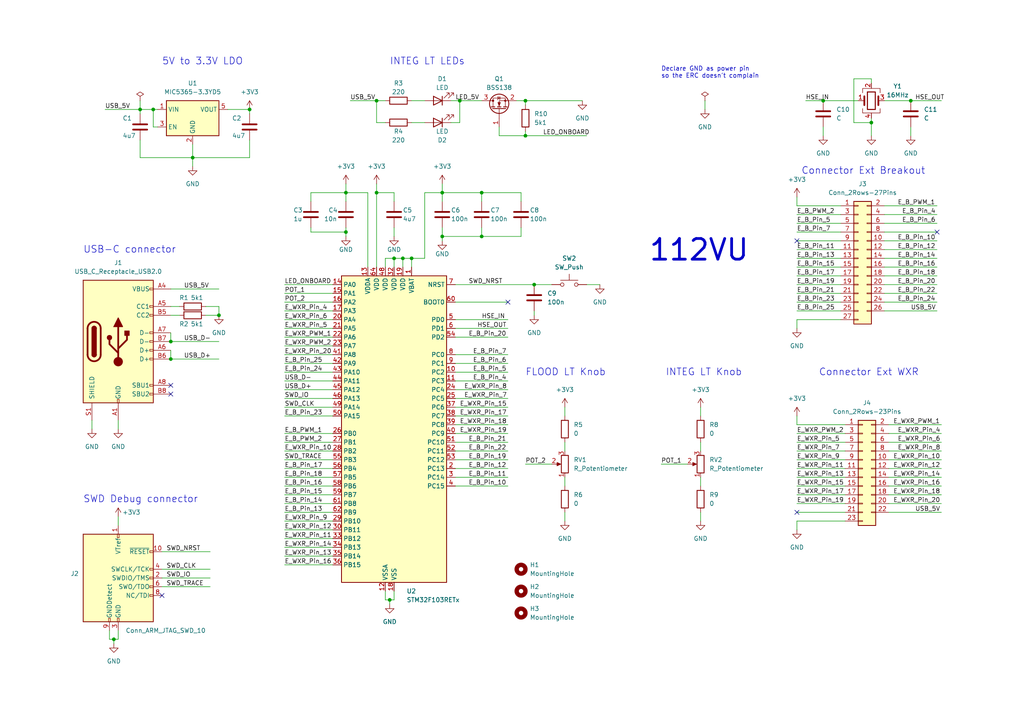
<source format=kicad_sch>
(kicad_sch (version 20230121) (generator eeschema)

  (uuid 5740ca0b-655a-4c19-bd74-b6cca34ce569)

  (paper "A4")

  (title_block
    (title "112VU")
    (date "2024-01-15")
    (rev "0.1")
  )

  

  (junction (at 152.4 39.37) (diameter 0) (color 0 0 0 0)
    (uuid 0ed56c48-81a1-4335-95d1-1f4059e08756)
  )
  (junction (at 133.35 29.21) (diameter 0) (color 0 0 0 0)
    (uuid 17dd96a3-c263-411b-b285-96174f8c4abd)
  )
  (junction (at 33.02 185.42) (diameter 0) (color 0 0 0 0)
    (uuid 1c60d609-5ff7-4dc2-a60e-07e63366d976)
  )
  (junction (at 55.88 45.72) (diameter 0) (color 0 0 0 0)
    (uuid 2b1921ca-aaa2-4822-ba7a-336bdbbaf8ed)
  )
  (junction (at 113.03 173.99) (diameter 0) (color 0 0 0 0)
    (uuid 2dcbfe76-d796-4daf-a127-d5363b09619b)
  )
  (junction (at 152.4 29.21) (diameter 0) (color 0 0 0 0)
    (uuid 336dd99c-9a53-44b2-855c-645394e7cbd0)
  )
  (junction (at 49.53 104.14) (diameter 0) (color 0 0 0 0)
    (uuid 38cfc232-82f1-4b92-a939-cf518d2ace0e)
  )
  (junction (at 100.33 55.88) (diameter 0) (color 0 0 0 0)
    (uuid 42f629bd-caad-4bce-9a81-ca4768db3007)
  )
  (junction (at 109.22 29.21) (diameter 0) (color 0 0 0 0)
    (uuid 49cb2f9a-042b-4c31-a10f-99f0faba34b6)
  )
  (junction (at 128.27 68.58) (diameter 0) (color 0 0 0 0)
    (uuid 4d7035fa-b7d3-4f60-adea-61c88f038586)
  )
  (junction (at 128.27 55.88) (diameter 0) (color 0 0 0 0)
    (uuid 4f902fa3-3669-459c-bc2c-d7ee983e1881)
  )
  (junction (at 116.84 74.93) (diameter 0) (color 0 0 0 0)
    (uuid 5f29704b-0318-45e3-8367-e3233859d109)
  )
  (junction (at 139.7 55.88) (diameter 0) (color 0 0 0 0)
    (uuid 6b127d9a-6cfc-4e3b-90a6-5161ca078476)
  )
  (junction (at 100.33 67.31) (diameter 0) (color 0 0 0 0)
    (uuid 7cd7764e-36cc-46ca-a4d2-c3264a31cbdc)
  )
  (junction (at 114.3 74.93) (diameter 0) (color 0 0 0 0)
    (uuid 7e3d4d64-3133-4ce4-926f-4031f6f437bf)
  )
  (junction (at 49.53 99.06) (diameter 0) (color 0 0 0 0)
    (uuid 80b78d67-5a4b-4239-a6f9-9190a5d355c7)
  )
  (junction (at 264.16 29.21) (diameter 0) (color 0 0 0 0)
    (uuid 92fdf9fa-8bd9-4df6-8a1b-a85a69af6728)
  )
  (junction (at 139.7 68.58) (diameter 0) (color 0 0 0 0)
    (uuid 9b63773c-1c61-42c8-b559-cb3b72b84658)
  )
  (junction (at 72.39 31.75) (diameter 0) (color 0 0 0 0)
    (uuid a06a4f8a-c415-43dc-b206-90f090ee7299)
  )
  (junction (at 63.5 91.44) (diameter 0) (color 0 0 0 0)
    (uuid a15928d8-4854-48bc-b6b9-4cd713d7b736)
  )
  (junction (at 109.22 55.88) (diameter 0) (color 0 0 0 0)
    (uuid a8bd4085-dd3e-40b8-a542-d0fe6a1d7788)
  )
  (junction (at 238.76 29.21) (diameter 0) (color 0 0 0 0)
    (uuid affe691f-1bdc-435c-8c85-0ecbd2c20f8e)
  )
  (junction (at 40.64 31.75) (diameter 0) (color 0 0 0 0)
    (uuid bbd3779f-e8a7-4198-86fd-95e1eb6bb2bd)
  )
  (junction (at 154.94 82.55) (diameter 0) (color 0 0 0 0)
    (uuid c155270a-fbd6-4fa3-a7b8-3f50564b2c54)
  )
  (junction (at 119.38 74.93) (diameter 0) (color 0 0 0 0)
    (uuid d7425343-d0b1-4493-8a3a-2d18e4f57a0f)
  )
  (junction (at 44.45 31.75) (diameter 0) (color 0 0 0 0)
    (uuid f5bbedea-bb19-475d-929b-c2414a704bca)
  )
  (junction (at 252.73 35.56) (diameter 0) (color 0 0 0 0)
    (uuid fb11841a-c952-4faa-bf14-cc379b950e82)
  )

  (no_connect (at 231.14 69.85) (uuid 196e6fe4-d168-4f96-a85f-ec9db5ea743d))
  (no_connect (at 231.14 148.59) (uuid 36d9693a-3970-4d1a-97c0-e33f9f1a23b4))
  (no_connect (at 49.53 111.76) (uuid 7e52c791-279f-4bf1-af21-d9a95d7156bb))
  (no_connect (at 46.99 172.72) (uuid d5c9b446-c56a-4aec-abce-7eea89857564))
  (no_connect (at 49.53 114.3) (uuid de059341-76dd-4323-a7fc-4a8e07e018d0))
  (no_connect (at 147.32 87.63) (uuid df0cb005-32f6-45fb-befe-c362a0f480d5))
  (no_connect (at 271.78 67.31) (uuid df944613-0d19-4229-a134-073f2c32372c))

  (wire (pts (xy 130.81 35.56) (xy 133.35 35.56))
    (stroke (width 0) (type default))
    (uuid 000f3c30-d2db-4552-8864-58880818cd3d)
  )
  (wire (pts (xy 116.84 74.93) (xy 119.38 74.93))
    (stroke (width 0) (type default))
    (uuid 013fb74b-3b70-411b-b67d-2c95da60f035)
  )
  (wire (pts (xy 256.54 69.85) (xy 271.78 69.85))
    (stroke (width 0) (type default))
    (uuid 031fe79c-6cb6-44de-aa72-5594e8bf2520)
  )
  (wire (pts (xy 203.2 148.59) (xy 203.2 151.13))
    (stroke (width 0) (type default))
    (uuid 0463d66f-3282-4aed-be9f-6e72070b1dd1)
  )
  (wire (pts (xy 128.27 55.88) (xy 139.7 55.88))
    (stroke (width 0) (type default))
    (uuid 04847588-42d6-4ccf-b25e-ffe49c8ebb1c)
  )
  (wire (pts (xy 238.76 36.83) (xy 238.76 39.37))
    (stroke (width 0) (type default))
    (uuid 060e10b8-4e30-461e-8f36-50eb5e16a300)
  )
  (wire (pts (xy 132.08 105.41) (xy 147.32 105.41))
    (stroke (width 0) (type default))
    (uuid 08960750-8fff-4680-92f7-e883b4f1f556)
  )
  (wire (pts (xy 82.55 135.89) (xy 96.52 135.89))
    (stroke (width 0) (type default))
    (uuid 0c29b7a6-eb65-4a8c-b6c8-77fadb9197d6)
  )
  (wire (pts (xy 144.78 39.37) (xy 152.4 39.37))
    (stroke (width 0) (type default))
    (uuid 0ce07208-3281-4298-96f0-47fc35add194)
  )
  (wire (pts (xy 46.99 160.02) (xy 60.96 160.02))
    (stroke (width 0) (type default))
    (uuid 0de6fa0e-bcfd-4405-9a32-2aa7d7605898)
  )
  (wire (pts (xy 82.55 125.73) (xy 96.52 125.73))
    (stroke (width 0) (type default))
    (uuid 0e9adbe9-3fe7-440c-804d-7c61090db9e1)
  )
  (wire (pts (xy 82.55 153.67) (xy 96.52 153.67))
    (stroke (width 0) (type default))
    (uuid 0ea582f6-0a9d-495e-a23b-1fb36f65c7f9)
  )
  (wire (pts (xy 82.55 143.51) (xy 96.52 143.51))
    (stroke (width 0) (type default))
    (uuid 0ef083e0-8845-4bfe-9b50-d16a41e2529c)
  )
  (wire (pts (xy 257.81 125.73) (xy 273.05 125.73))
    (stroke (width 0) (type default))
    (uuid 0fc254ad-7c29-409a-a387-9a1a8fe616ae)
  )
  (wire (pts (xy 128.27 66.04) (xy 128.27 68.58))
    (stroke (width 0) (type default))
    (uuid 10050359-6c5b-4d95-bd60-17b1b97c0e36)
  )
  (wire (pts (xy 114.3 55.88) (xy 114.3 58.42))
    (stroke (width 0) (type default))
    (uuid 1096ab1b-41d8-46da-8912-9f3ba07f8f9b)
  )
  (wire (pts (xy 82.55 95.25) (xy 96.52 95.25))
    (stroke (width 0) (type default))
    (uuid 10efa3f2-df42-4111-b123-4539607ab2b7)
  )
  (wire (pts (xy 132.08 118.11) (xy 147.32 118.11))
    (stroke (width 0) (type default))
    (uuid 11040791-0875-492e-8705-a753fe59a812)
  )
  (wire (pts (xy 33.02 185.42) (xy 33.02 186.69))
    (stroke (width 0) (type default))
    (uuid 11c1a1a1-6e3a-4bcc-9368-5f85763dd2d7)
  )
  (wire (pts (xy 40.64 31.75) (xy 44.45 31.75))
    (stroke (width 0) (type default))
    (uuid 12e0e279-ded3-4a3c-abbe-206edf1f6a0c)
  )
  (wire (pts (xy 231.14 69.85) (xy 243.84 69.85))
    (stroke (width 0) (type default))
    (uuid 13243fec-010d-4bd4-bd89-21f9efbeb84a)
  )
  (wire (pts (xy 231.14 64.77) (xy 243.84 64.77))
    (stroke (width 0) (type default))
    (uuid 133b4311-c7f5-4af2-8bb6-8ec5cd75a6f3)
  )
  (wire (pts (xy 31.75 182.88) (xy 31.75 185.42))
    (stroke (width 0) (type default))
    (uuid 156ae0d1-f1c6-4eba-a8b0-adcedee7fe2c)
  )
  (wire (pts (xy 130.81 29.21) (xy 133.35 29.21))
    (stroke (width 0) (type default))
    (uuid 15ecf47d-089b-435b-a76b-ec8f624d0888)
  )
  (wire (pts (xy 144.78 36.83) (xy 144.78 39.37))
    (stroke (width 0) (type default))
    (uuid 1609296a-5640-4983-84d0-9acaa9c89843)
  )
  (wire (pts (xy 139.7 66.04) (xy 139.7 68.58))
    (stroke (width 0) (type default))
    (uuid 172bb47f-0037-4844-9a9b-51b9e12fd496)
  )
  (wire (pts (xy 114.3 66.04) (xy 114.3 68.58))
    (stroke (width 0) (type default))
    (uuid 17da7ac7-9940-4d33-b3c8-8aa70c7ca9ae)
  )
  (wire (pts (xy 100.33 53.34) (xy 100.33 55.88))
    (stroke (width 0) (type default))
    (uuid 190739b9-e921-4a1b-9d67-4f1ce53b3de1)
  )
  (wire (pts (xy 264.16 36.83) (xy 264.16 39.37))
    (stroke (width 0) (type default))
    (uuid 1c43a984-117c-4f04-a812-e06535f4c5d9)
  )
  (wire (pts (xy 46.99 165.1) (xy 60.96 165.1))
    (stroke (width 0) (type default))
    (uuid 1fec02f9-be0f-49be-823d-e9eafad81b29)
  )
  (wire (pts (xy 243.84 59.69) (xy 231.14 59.69))
    (stroke (width 0) (type default))
    (uuid 1ff32272-b4a0-46f6-882e-b6845af06ec9)
  )
  (wire (pts (xy 132.08 107.95) (xy 147.32 107.95))
    (stroke (width 0) (type default))
    (uuid 217e16a5-0ace-4bca-bbae-5b06520e4127)
  )
  (wire (pts (xy 231.14 82.55) (xy 243.84 82.55))
    (stroke (width 0) (type default))
    (uuid 223b2aad-05c4-4155-a521-2918f765a64a)
  )
  (wire (pts (xy 257.81 133.35) (xy 273.05 133.35))
    (stroke (width 0) (type default))
    (uuid 22bd623c-de04-4d6c-b5de-88c1b9bc30dc)
  )
  (wire (pts (xy 132.08 115.57) (xy 147.32 115.57))
    (stroke (width 0) (type default))
    (uuid 23351827-82ed-4f5f-96ce-180325481ad7)
  )
  (wire (pts (xy 55.88 41.91) (xy 55.88 45.72))
    (stroke (width 0) (type default))
    (uuid 23fc5e79-c876-43a1-81f6-a3c4faec6e77)
  )
  (wire (pts (xy 82.55 140.97) (xy 96.52 140.97))
    (stroke (width 0) (type default))
    (uuid 27a472ac-f10e-4972-9358-e8a84ef67b01)
  )
  (wire (pts (xy 257.81 130.81) (xy 273.05 130.81))
    (stroke (width 0) (type default))
    (uuid 299673da-939d-4021-9882-d4f1260776c6)
  )
  (wire (pts (xy 252.73 22.86) (xy 247.65 22.86))
    (stroke (width 0) (type default))
    (uuid 2a9ba7a0-8eaf-4448-9c19-2ae556d2a337)
  )
  (wire (pts (xy 113.03 173.99) (xy 113.03 175.26))
    (stroke (width 0) (type default))
    (uuid 2ac958ed-6ccb-4d2c-80c8-5d730be8c1a2)
  )
  (wire (pts (xy 256.54 82.55) (xy 271.78 82.55))
    (stroke (width 0) (type default))
    (uuid 2badd1b7-1c79-40a4-9d69-9e9b7db0a1bc)
  )
  (wire (pts (xy 231.14 151.13) (xy 245.11 151.13))
    (stroke (width 0) (type default))
    (uuid 2c22f1b9-3970-414e-b2f4-a2b9a405e482)
  )
  (wire (pts (xy 132.08 128.27) (xy 147.32 128.27))
    (stroke (width 0) (type default))
    (uuid 2cabd486-acdd-4659-8814-5a5df849c962)
  )
  (wire (pts (xy 231.14 90.17) (xy 243.84 90.17))
    (stroke (width 0) (type default))
    (uuid 2d116af4-8286-46cf-8ed0-a3060c897ba9)
  )
  (wire (pts (xy 59.69 91.44) (xy 63.5 91.44))
    (stroke (width 0) (type default))
    (uuid 2d3b6166-9244-425b-a981-a4aa007e5ca2)
  )
  (wire (pts (xy 90.17 58.42) (xy 90.17 55.88))
    (stroke (width 0) (type default))
    (uuid 2d44685b-e02e-4177-9d31-d2d8cc237d92)
  )
  (wire (pts (xy 231.14 74.93) (xy 243.84 74.93))
    (stroke (width 0) (type default))
    (uuid 2d680f5b-3b33-482f-bcad-751ae84dc5c8)
  )
  (wire (pts (xy 119.38 29.21) (xy 123.19 29.21))
    (stroke (width 0) (type default))
    (uuid 2f13497b-4181-46ef-8d0d-badc8e4372e9)
  )
  (wire (pts (xy 82.55 120.65) (xy 96.52 120.65))
    (stroke (width 0) (type default))
    (uuid 2f1b32d1-b651-4292-87ce-5c89bfb6d012)
  )
  (wire (pts (xy 132.08 92.71) (xy 147.32 92.71))
    (stroke (width 0) (type default))
    (uuid 30aa99ea-6a05-4d46-ba9b-2ab146a5806d)
  )
  (wire (pts (xy 82.55 128.27) (xy 96.52 128.27))
    (stroke (width 0) (type default))
    (uuid 30e5cf48-273c-4f32-9cdd-d6154f31c5cb)
  )
  (wire (pts (xy 256.54 29.21) (xy 264.16 29.21))
    (stroke (width 0) (type default))
    (uuid 32fa1ea4-f590-4232-805b-f9e63fc3d051)
  )
  (wire (pts (xy 231.14 128.27) (xy 245.11 128.27))
    (stroke (width 0) (type default))
    (uuid 3371feb1-8598-4157-aad6-46ad00e177e8)
  )
  (wire (pts (xy 231.14 77.47) (xy 243.84 77.47))
    (stroke (width 0) (type default))
    (uuid 36b20240-03f2-4274-b1e0-813d48fac8ba)
  )
  (wire (pts (xy 257.81 143.51) (xy 273.05 143.51))
    (stroke (width 0) (type default))
    (uuid 36b7eac1-0e42-4f59-a373-282ea4823cdf)
  )
  (wire (pts (xy 59.69 88.9) (xy 63.5 88.9))
    (stroke (width 0) (type default))
    (uuid 38edcb7f-f3ff-4204-bf25-e49fbbf5c751)
  )
  (wire (pts (xy 256.54 87.63) (xy 271.78 87.63))
    (stroke (width 0) (type default))
    (uuid 3afc3492-5657-4412-acb5-912b73eac894)
  )
  (wire (pts (xy 106.68 55.88) (xy 100.33 55.88))
    (stroke (width 0) (type default))
    (uuid 3ce25f19-dd47-4b75-b294-47131bdac816)
  )
  (wire (pts (xy 90.17 55.88) (xy 100.33 55.88))
    (stroke (width 0) (type default))
    (uuid 3cecd9e4-1dbd-415d-9a30-c188dca3f7d5)
  )
  (wire (pts (xy 203.2 138.43) (xy 203.2 140.97))
    (stroke (width 0) (type default))
    (uuid 3d1a660e-0865-4f35-b88f-c3fd6f539510)
  )
  (wire (pts (xy 34.29 121.92) (xy 34.29 124.46))
    (stroke (width 0) (type default))
    (uuid 3d20c474-823a-4fb5-a8c6-bcc8402bbcdb)
  )
  (wire (pts (xy 257.81 128.27) (xy 273.05 128.27))
    (stroke (width 0) (type default))
    (uuid 3e826027-6dac-4c42-be7b-04c7bb1fc69d)
  )
  (wire (pts (xy 132.08 123.19) (xy 147.32 123.19))
    (stroke (width 0) (type default))
    (uuid 3ead91cc-d710-4665-a7ed-fadb9108c93a)
  )
  (wire (pts (xy 106.68 55.88) (xy 106.68 77.47))
    (stroke (width 0) (type default))
    (uuid 3f1ec9ee-f1bb-4316-a027-a93574520652)
  )
  (wire (pts (xy 132.08 87.63) (xy 147.32 87.63))
    (stroke (width 0) (type default))
    (uuid 410a719c-b38c-4b95-8e72-b6296bfd0097)
  )
  (wire (pts (xy 257.81 146.05) (xy 273.05 146.05))
    (stroke (width 0) (type default))
    (uuid 415bbe1e-b642-4b4f-915b-98d786a16088)
  )
  (wire (pts (xy 82.55 107.95) (xy 96.52 107.95))
    (stroke (width 0) (type default))
    (uuid 41f41795-f978-4530-a575-595191bfc928)
  )
  (wire (pts (xy 203.2 128.27) (xy 203.2 130.81))
    (stroke (width 0) (type default))
    (uuid 4238ec4e-4da9-4362-8bb4-d23dfc45d30a)
  )
  (wire (pts (xy 40.64 31.75) (xy 40.64 33.02))
    (stroke (width 0) (type default))
    (uuid 42b0ae2e-b2e9-432d-9abc-de3c5fe361a6)
  )
  (wire (pts (xy 114.3 74.93) (xy 116.84 74.93))
    (stroke (width 0) (type default))
    (uuid 4363a51d-f381-43ca-b105-45ef52d8ddaa)
  )
  (wire (pts (xy 90.17 67.31) (xy 100.33 67.31))
    (stroke (width 0) (type default))
    (uuid 45264701-2f52-4889-b0f7-633a099ab069)
  )
  (wire (pts (xy 114.3 171.45) (xy 114.3 173.99))
    (stroke (width 0) (type default))
    (uuid 45edc67c-d8d4-4a13-8586-d5c866291a9b)
  )
  (wire (pts (xy 231.14 146.05) (xy 245.11 146.05))
    (stroke (width 0) (type default))
    (uuid 4936c6a1-f790-4016-94bd-7910cf9d3a41)
  )
  (wire (pts (xy 191.77 134.62) (xy 199.39 134.62))
    (stroke (width 0) (type default))
    (uuid 4a4522a4-ff68-4daf-962a-123420667ffc)
  )
  (wire (pts (xy 152.4 39.37) (xy 152.4 38.1))
    (stroke (width 0) (type default))
    (uuid 4d890e05-fd4d-4399-963b-ee944fe7cea9)
  )
  (wire (pts (xy 82.55 82.55) (xy 96.52 82.55))
    (stroke (width 0) (type default))
    (uuid 4eec0bee-50c0-4d9d-8e07-8eadde9e9be5)
  )
  (wire (pts (xy 55.88 45.72) (xy 72.39 45.72))
    (stroke (width 0) (type default))
    (uuid 5069b1d8-f44e-4d57-9ff1-71618293e9d5)
  )
  (wire (pts (xy 132.08 113.03) (xy 147.32 113.03))
    (stroke (width 0) (type default))
    (uuid 5265fffc-31ab-4df2-88c1-fb36bf4eb2ac)
  )
  (wire (pts (xy 31.75 185.42) (xy 33.02 185.42))
    (stroke (width 0) (type default))
    (uuid 536249b9-139e-4933-b1ec-ec2ddc1cf787)
  )
  (wire (pts (xy 44.45 31.75) (xy 45.72 31.75))
    (stroke (width 0) (type default))
    (uuid 54b4904a-2b1c-4bcf-b507-c0f6e41dc409)
  )
  (wire (pts (xy 82.55 90.17) (xy 96.52 90.17))
    (stroke (width 0) (type default))
    (uuid 55803bf1-d9ec-4561-b9aa-5f1365f79ea5)
  )
  (wire (pts (xy 116.84 74.93) (xy 116.84 77.47))
    (stroke (width 0) (type default))
    (uuid 56a48f74-af5a-4107-84dd-44320a9aae73)
  )
  (wire (pts (xy 49.53 99.06) (xy 63.5 99.06))
    (stroke (width 0) (type default))
    (uuid 586a9b1d-d2a1-4212-9503-0e6eecd6aeb2)
  )
  (wire (pts (xy 257.81 135.89) (xy 273.05 135.89))
    (stroke (width 0) (type default))
    (uuid 58768011-fcdd-404e-84ba-0b63f98bce65)
  )
  (wire (pts (xy 133.35 29.21) (xy 139.7 29.21))
    (stroke (width 0) (type default))
    (uuid 58c47b34-f93e-4291-8e3b-e914ffffd543)
  )
  (wire (pts (xy 264.16 29.21) (xy 273.05 29.21))
    (stroke (width 0) (type default))
    (uuid 5907fa0b-0e70-4f6d-8d6c-7d5e55e0dce8)
  )
  (wire (pts (xy 231.14 140.97) (xy 245.11 140.97))
    (stroke (width 0) (type default))
    (uuid 597e0541-ae0c-4817-bf22-e3d44995672c)
  )
  (wire (pts (xy 256.54 62.23) (xy 271.78 62.23))
    (stroke (width 0) (type default))
    (uuid 59990080-a5a6-42ea-b452-b5e2eb32ec48)
  )
  (wire (pts (xy 40.64 40.64) (xy 40.64 45.72))
    (stroke (width 0) (type default))
    (uuid 5a72b2e7-5be6-4ea8-8a94-1352dfd7ee75)
  )
  (wire (pts (xy 132.08 110.49) (xy 147.32 110.49))
    (stroke (width 0) (type default))
    (uuid 5a8ccbce-76f7-43a3-b99f-251bc7fe054f)
  )
  (wire (pts (xy 132.08 125.73) (xy 147.32 125.73))
    (stroke (width 0) (type default))
    (uuid 5d279d21-5663-4da3-bb22-bcad169a0a89)
  )
  (wire (pts (xy 109.22 29.21) (xy 111.76 29.21))
    (stroke (width 0) (type default))
    (uuid 5d37c896-6ccd-4eb6-b97d-06fd8af25081)
  )
  (wire (pts (xy 256.54 72.39) (xy 271.78 72.39))
    (stroke (width 0) (type default))
    (uuid 608feaaf-fa2e-445a-9504-c8d17c892dfd)
  )
  (wire (pts (xy 66.04 31.75) (xy 72.39 31.75))
    (stroke (width 0) (type default))
    (uuid 617ce0d8-254e-4a35-8d2b-3f40e2a15518)
  )
  (wire (pts (xy 101.6 29.21) (xy 109.22 29.21))
    (stroke (width 0) (type default))
    (uuid 65b1fcb2-b43f-4fcc-acba-b8b1a3962aca)
  )
  (wire (pts (xy 33.02 185.42) (xy 34.29 185.42))
    (stroke (width 0) (type default))
    (uuid 65e6e68e-3a4c-4246-8e55-43ef27c59119)
  )
  (wire (pts (xy 55.88 48.26) (xy 55.88 45.72))
    (stroke (width 0) (type default))
    (uuid 65e9b324-ad31-4bf7-8cb7-fa7b2f0e9c99)
  )
  (wire (pts (xy 139.7 55.88) (xy 139.7 58.42))
    (stroke (width 0) (type default))
    (uuid 67693e21-e324-4f12-8825-7806fb444906)
  )
  (wire (pts (xy 139.7 55.88) (xy 151.13 55.88))
    (stroke (width 0) (type default))
    (uuid 69360a21-105a-43d7-9090-f199ea503c35)
  )
  (wire (pts (xy 82.55 100.33) (xy 96.52 100.33))
    (stroke (width 0) (type default))
    (uuid 6fd8f0bb-1f58-482c-ae28-354d54e2cbac)
  )
  (wire (pts (xy 49.53 104.14) (xy 63.5 104.14))
    (stroke (width 0) (type default))
    (uuid 7090d08e-de33-4a3b-96fb-1e410e5b5a5d)
  )
  (wire (pts (xy 111.76 35.56) (xy 109.22 35.56))
    (stroke (width 0) (type default))
    (uuid 7101862f-c57f-4aa3-af9d-aff543c31789)
  )
  (wire (pts (xy 231.14 143.51) (xy 245.11 143.51))
    (stroke (width 0) (type default))
    (uuid 7219bfcf-349d-4d8b-9553-b1e2dcd0bab2)
  )
  (wire (pts (xy 231.14 120.65) (xy 231.14 123.19))
    (stroke (width 0) (type default))
    (uuid 73a8253f-8f70-427a-b3d3-e7a6b08c2a5d)
  )
  (wire (pts (xy 231.14 130.81) (xy 245.11 130.81))
    (stroke (width 0) (type default))
    (uuid 73ec6d6f-2733-4cc4-8683-50ea407b3164)
  )
  (wire (pts (xy 154.94 82.55) (xy 160.02 82.55))
    (stroke (width 0) (type default))
    (uuid 741fe4cd-926b-4a29-84f1-ccdd0ba31c2a)
  )
  (wire (pts (xy 231.14 151.13) (xy 231.14 153.67))
    (stroke (width 0) (type default))
    (uuid 747b5248-8301-4e1b-b55a-56e84d6eee07)
  )
  (wire (pts (xy 151.13 66.04) (xy 151.13 68.58))
    (stroke (width 0) (type default))
    (uuid 74b5d195-dec1-40be-bdb2-5074d95fca64)
  )
  (wire (pts (xy 132.08 130.81) (xy 147.32 130.81))
    (stroke (width 0) (type default))
    (uuid 75128cf9-d6b9-4888-9486-5947d3293a2b)
  )
  (wire (pts (xy 100.33 68.58) (xy 100.33 67.31))
    (stroke (width 0) (type default))
    (uuid 772b8a54-171c-44c3-a551-6db6ef841204)
  )
  (wire (pts (xy 111.76 171.45) (xy 111.76 173.99))
    (stroke (width 0) (type default))
    (uuid 79388906-8a9b-4e98-9e6d-540af7d14b09)
  )
  (wire (pts (xy 63.5 88.9) (xy 63.5 91.44))
    (stroke (width 0) (type default))
    (uuid 7a98c6ca-86ea-4c9c-81e5-9fb7096c121c)
  )
  (wire (pts (xy 203.2 118.11) (xy 203.2 120.65))
    (stroke (width 0) (type default))
    (uuid 7c72ecde-63ef-4ef8-975a-20557e9b6d92)
  )
  (wire (pts (xy 111.76 74.93) (xy 114.3 74.93))
    (stroke (width 0) (type default))
    (uuid 7d56d791-cc7c-458b-bb36-915452050d31)
  )
  (wire (pts (xy 252.73 24.13) (xy 252.73 22.86))
    (stroke (width 0) (type default))
    (uuid 7e1a8fe5-c113-480b-98be-281a71bf8f43)
  )
  (wire (pts (xy 114.3 173.99) (xy 113.03 173.99))
    (stroke (width 0) (type default))
    (uuid 803f7d38-5a52-4850-a8b5-49aedfadde54)
  )
  (wire (pts (xy 151.13 58.42) (xy 151.13 55.88))
    (stroke (width 0) (type default))
    (uuid 820d98e4-3612-4faf-a029-644f9811c28e)
  )
  (wire (pts (xy 82.55 146.05) (xy 96.52 146.05))
    (stroke (width 0) (type default))
    (uuid 8248fdde-8cf6-4e91-9d94-040c2e0a99de)
  )
  (wire (pts (xy 256.54 80.01) (xy 271.78 80.01))
    (stroke (width 0) (type default))
    (uuid 824e78be-801d-461c-8672-dc59d08534fb)
  )
  (wire (pts (xy 82.55 133.35) (xy 96.52 133.35))
    (stroke (width 0) (type default))
    (uuid 82d79044-4cac-4c1a-8fbe-139954239921)
  )
  (wire (pts (xy 256.54 85.09) (xy 271.78 85.09))
    (stroke (width 0) (type default))
    (uuid 833d2c33-1022-4802-8b1a-31fd8ebff9a8)
  )
  (wire (pts (xy 231.14 133.35) (xy 245.11 133.35))
    (stroke (width 0) (type default))
    (uuid 83ba98b4-689c-42bf-ab2a-05ea9321baf2)
  )
  (wire (pts (xy 132.08 133.35) (xy 147.32 133.35))
    (stroke (width 0) (type default))
    (uuid 83fa09f0-eeb6-45ab-b76c-3983d74e28c7)
  )
  (wire (pts (xy 82.55 102.87) (xy 96.52 102.87))
    (stroke (width 0) (type default))
    (uuid 86bc5b74-a4b5-450f-86b4-c4703a81f9e8)
  )
  (wire (pts (xy 231.14 138.43) (xy 245.11 138.43))
    (stroke (width 0) (type default))
    (uuid 875af2e2-3011-49ef-9cf1-3b8d1aa6a558)
  )
  (wire (pts (xy 100.33 55.88) (xy 100.33 58.42))
    (stroke (width 0) (type default))
    (uuid 875dcde3-d9b1-4261-b2ff-4d8621bb8b93)
  )
  (wire (pts (xy 231.14 87.63) (xy 243.84 87.63))
    (stroke (width 0) (type default))
    (uuid 87b458c3-444e-48bd-9c1d-1ce0826eceeb)
  )
  (wire (pts (xy 82.55 151.13) (xy 96.52 151.13))
    (stroke (width 0) (type default))
    (uuid 88a50611-570f-4953-b80c-f4a27d1d97fb)
  )
  (wire (pts (xy 231.14 135.89) (xy 245.11 135.89))
    (stroke (width 0) (type default))
    (uuid 895839e6-bcaf-4bed-84a5-63c5c001abed)
  )
  (wire (pts (xy 132.08 95.25) (xy 147.32 95.25))
    (stroke (width 0) (type default))
    (uuid 89e0a0ee-23eb-46db-9def-3bf9dc353f79)
  )
  (wire (pts (xy 256.54 74.93) (xy 271.78 74.93))
    (stroke (width 0) (type default))
    (uuid 8a27ba5a-2b44-46e6-9194-44c1ea9ca755)
  )
  (wire (pts (xy 82.55 85.09) (xy 96.52 85.09))
    (stroke (width 0) (type default))
    (uuid 8a2c5a05-02a9-4f72-a99a-9052c178574f)
  )
  (wire (pts (xy 40.64 45.72) (xy 55.88 45.72))
    (stroke (width 0) (type default))
    (uuid 8a2ed03c-01db-442d-ab41-f2989ed4129c)
  )
  (wire (pts (xy 26.67 121.92) (xy 26.67 124.46))
    (stroke (width 0) (type default))
    (uuid 8a99a176-4173-4611-a12a-f7950ec44274)
  )
  (wire (pts (xy 247.65 22.86) (xy 247.65 35.56))
    (stroke (width 0) (type default))
    (uuid 8a9c972a-6298-4e80-934b-fa45c02afc70)
  )
  (wire (pts (xy 256.54 67.31) (xy 271.78 67.31))
    (stroke (width 0) (type default))
    (uuid 8bf2fa1a-68c5-40cf-8cf9-f76ca9f8dad0)
  )
  (wire (pts (xy 49.53 91.44) (xy 52.07 91.44))
    (stroke (width 0) (type default))
    (uuid 8c74f273-8b7e-4ca2-81e8-7901219371e0)
  )
  (wire (pts (xy 170.18 82.55) (xy 173.99 82.55))
    (stroke (width 0) (type default))
    (uuid 8c885c0c-31c4-4200-802f-7e61d879f245)
  )
  (wire (pts (xy 82.55 158.75) (xy 96.52 158.75))
    (stroke (width 0) (type default))
    (uuid 8ce17427-3ffa-43d3-9639-d68a991fe58e)
  )
  (wire (pts (xy 133.35 29.21) (xy 133.35 35.56))
    (stroke (width 0) (type default))
    (uuid 8d2b4c80-6992-45f2-86c4-a0d67b7cb13a)
  )
  (wire (pts (xy 231.14 57.15) (xy 231.14 59.69))
    (stroke (width 0) (type default))
    (uuid 8d5de446-8ea0-4e2c-88cb-515e9930840d)
  )
  (wire (pts (xy 72.39 40.64) (xy 72.39 45.72))
    (stroke (width 0) (type default))
    (uuid 8dd4ecfb-1365-4fa9-95ee-596aaef991f9)
  )
  (wire (pts (xy 100.33 66.04) (xy 100.33 67.31))
    (stroke (width 0) (type default))
    (uuid 8fa94511-37ed-4cdf-ae80-ad28560ba829)
  )
  (wire (pts (xy 257.81 123.19) (xy 273.05 123.19))
    (stroke (width 0) (type default))
    (uuid 9042c39c-7f3c-48c8-aa43-ed5f6324b714)
  )
  (wire (pts (xy 109.22 55.88) (xy 109.22 77.47))
    (stroke (width 0) (type default))
    (uuid 9118a413-570e-456d-8544-5ad51bdedb93)
  )
  (wire (pts (xy 82.55 97.79) (xy 96.52 97.79))
    (stroke (width 0) (type default))
    (uuid 95b109bf-ad2b-41a1-8ef3-f7b1f141e0c8)
  )
  (wire (pts (xy 247.65 35.56) (xy 252.73 35.56))
    (stroke (width 0) (type default))
    (uuid 96fc5858-63dd-49a8-b576-bcb09045a011)
  )
  (wire (pts (xy 82.55 113.03) (xy 96.52 113.03))
    (stroke (width 0) (type default))
    (uuid 973c4ad4-b1f5-4df9-8386-815adf02b00d)
  )
  (wire (pts (xy 132.08 97.79) (xy 147.32 97.79))
    (stroke (width 0) (type default))
    (uuid 9765c0ad-c9b5-45c4-8707-c5f5c5d4c109)
  )
  (wire (pts (xy 256.54 77.47) (xy 271.78 77.47))
    (stroke (width 0) (type default))
    (uuid 9773d962-e428-4d77-8182-2107c0b10c1e)
  )
  (wire (pts (xy 82.55 118.11) (xy 96.52 118.11))
    (stroke (width 0) (type default))
    (uuid 97b0a11a-842a-4306-addf-07605f0abe5e)
  )
  (wire (pts (xy 231.14 80.01) (xy 243.84 80.01))
    (stroke (width 0) (type default))
    (uuid 9ae34e4e-7b0b-4b05-a8c3-83634817b0b0)
  )
  (wire (pts (xy 123.19 74.93) (xy 119.38 74.93))
    (stroke (width 0) (type default))
    (uuid 9c1389ee-d1ac-4160-a071-ae9bc87d0207)
  )
  (wire (pts (xy 44.45 31.75) (xy 44.45 36.83))
    (stroke (width 0) (type default))
    (uuid 9dec89b7-c224-4aa2-9bf9-b10938e96d26)
  )
  (wire (pts (xy 257.81 138.43) (xy 273.05 138.43))
    (stroke (width 0) (type default))
    (uuid 9e4086da-7dba-48b9-865a-6daee9bba9fa)
  )
  (wire (pts (xy 139.7 68.58) (xy 128.27 68.58))
    (stroke (width 0) (type default))
    (uuid a00cf6c7-48b6-499b-81e4-ea9bbe9d2e84)
  )
  (wire (pts (xy 257.81 140.97) (xy 273.05 140.97))
    (stroke (width 0) (type default))
    (uuid a0cac51b-3f4f-4f47-a98c-7d06e17e1ff3)
  )
  (wire (pts (xy 49.53 83.82) (xy 63.5 83.82))
    (stroke (width 0) (type default))
    (uuid a2588a20-b6e1-49e7-860b-aa2319f68eff)
  )
  (wire (pts (xy 256.54 59.69) (xy 271.78 59.69))
    (stroke (width 0) (type default))
    (uuid a2e9c4bd-bb42-42d0-a00e-0163ec9a9fd3)
  )
  (wire (pts (xy 128.27 53.34) (xy 128.27 55.88))
    (stroke (width 0) (type default))
    (uuid a2fd1a21-2bdd-436d-a848-15dd58af18e8)
  )
  (wire (pts (xy 231.14 72.39) (xy 243.84 72.39))
    (stroke (width 0) (type default))
    (uuid a3657415-e888-4ac5-92cb-b7f31a19d987)
  )
  (wire (pts (xy 163.83 118.11) (xy 163.83 120.65))
    (stroke (width 0) (type default))
    (uuid a5f801e1-bf14-4d39-9a86-026faa48d36c)
  )
  (wire (pts (xy 132.08 135.89) (xy 147.32 135.89))
    (stroke (width 0) (type default))
    (uuid a692649b-0fe6-45b3-9067-990686a6b0ae)
  )
  (wire (pts (xy 119.38 35.56) (xy 123.19 35.56))
    (stroke (width 0) (type default))
    (uuid a70ce733-9cba-408d-b091-a4730dfaa74a)
  )
  (wire (pts (xy 132.08 120.65) (xy 147.32 120.65))
    (stroke (width 0) (type default))
    (uuid a70e97d9-36a3-4410-a80a-2412c19f173a)
  )
  (wire (pts (xy 231.14 67.31) (xy 243.84 67.31))
    (stroke (width 0) (type default))
    (uuid a9e936fd-3ba9-42fb-8ae3-eeee5a815792)
  )
  (wire (pts (xy 252.73 35.56) (xy 252.73 39.37))
    (stroke (width 0) (type default))
    (uuid aae282ba-9e54-42f3-95d2-ef87502cb378)
  )
  (wire (pts (xy 82.55 156.21) (xy 96.52 156.21))
    (stroke (width 0) (type default))
    (uuid ac1b4d2a-4735-4685-8dd7-4dfcf15f0f2d)
  )
  (wire (pts (xy 90.17 66.04) (xy 90.17 67.31))
    (stroke (width 0) (type default))
    (uuid ac5d5909-c690-42fa-b195-c25b5c9bcd39)
  )
  (wire (pts (xy 82.55 138.43) (xy 96.52 138.43))
    (stroke (width 0) (type default))
    (uuid ad5af50b-de14-4aef-99cf-9c6a9090d89f)
  )
  (wire (pts (xy 163.83 128.27) (xy 163.83 130.81))
    (stroke (width 0) (type default))
    (uuid b1e522d1-54ef-4188-ab60-62b1ba5e6f33)
  )
  (wire (pts (xy 233.68 29.21) (xy 238.76 29.21))
    (stroke (width 0) (type default))
    (uuid b26ee8f7-dd4b-46ad-88a5-4abb8eb3c891)
  )
  (wire (pts (xy 238.76 29.21) (xy 248.92 29.21))
    (stroke (width 0) (type default))
    (uuid b2d1126c-00d9-4148-bc6e-8cf31fc07554)
  )
  (wire (pts (xy 152.4 29.21) (xy 152.4 30.48))
    (stroke (width 0) (type default))
    (uuid b4e2276c-01ac-4579-90fa-c69c90048c22)
  )
  (wire (pts (xy 128.27 58.42) (xy 128.27 55.88))
    (stroke (width 0) (type default))
    (uuid b598e7ba-dbfc-4d15-8685-aa38a769097f)
  )
  (wire (pts (xy 252.73 34.29) (xy 252.73 35.56))
    (stroke (width 0) (type default))
    (uuid b670967e-1494-44bd-af11-1a2c574eea93)
  )
  (wire (pts (xy 243.84 92.71) (xy 231.14 92.71))
    (stroke (width 0) (type default))
    (uuid b85c2e28-cb91-43f8-bc25-e1c3fe9e5ca1)
  )
  (wire (pts (xy 109.22 35.56) (xy 109.22 29.21))
    (stroke (width 0) (type default))
    (uuid b8aa2c76-7704-4d5d-9cdb-6ab39f6708b9)
  )
  (wire (pts (xy 139.7 68.58) (xy 151.13 68.58))
    (stroke (width 0) (type default))
    (uuid bbdce7f2-1736-4e39-ad75-babc98c65ddc)
  )
  (wire (pts (xy 231.14 92.71) (xy 231.14 95.25))
    (stroke (width 0) (type default))
    (uuid bc9f10bf-ab4d-4c06-bad2-b7d1e58f37aa)
  )
  (wire (pts (xy 46.99 170.18) (xy 60.96 170.18))
    (stroke (width 0) (type default))
    (uuid bfac506f-e1a6-4622-a607-d985153c1aa6)
  )
  (wire (pts (xy 82.55 148.59) (xy 96.52 148.59))
    (stroke (width 0) (type default))
    (uuid c08f800c-56a9-424c-a9a8-de13a96a8c0b)
  )
  (wire (pts (xy 40.64 29.21) (xy 40.64 31.75))
    (stroke (width 0) (type default))
    (uuid c176c484-7ac3-4357-88c2-a080bedd0d34)
  )
  (wire (pts (xy 128.27 55.88) (xy 123.19 55.88))
    (stroke (width 0) (type default))
    (uuid c6307afa-3f46-40e9-820a-a0d1d4fe0962)
  )
  (wire (pts (xy 132.08 140.97) (xy 147.32 140.97))
    (stroke (width 0) (type default))
    (uuid c80c178e-9363-4569-9112-69b769383390)
  )
  (wire (pts (xy 72.39 31.75) (xy 72.39 33.02))
    (stroke (width 0) (type default))
    (uuid c8e0fe5f-bc49-458e-99e2-e546638ed0aa)
  )
  (wire (pts (xy 82.55 92.71) (xy 96.52 92.71))
    (stroke (width 0) (type default))
    (uuid c914acef-66f6-433a-b06e-10005b57de3d)
  )
  (wire (pts (xy 132.08 102.87) (xy 147.32 102.87))
    (stroke (width 0) (type default))
    (uuid cb78f980-117e-4295-ade2-ad0f97ba5137)
  )
  (wire (pts (xy 257.81 148.59) (xy 273.05 148.59))
    (stroke (width 0) (type default))
    (uuid cc4016c5-0022-4177-b4ed-0205fde146e2)
  )
  (wire (pts (xy 154.94 90.17) (xy 154.94 91.44))
    (stroke (width 0) (type default))
    (uuid cc7ec28a-1d01-4242-921c-2d4eabe61a4f)
  )
  (wire (pts (xy 119.38 74.93) (xy 119.38 77.47))
    (stroke (width 0) (type default))
    (uuid cddd9400-0c29-4c15-aec5-cab32fa55507)
  )
  (wire (pts (xy 152.4 39.37) (xy 170.18 39.37))
    (stroke (width 0) (type default))
    (uuid cfb759bf-b2f9-41de-9913-ae6f75e3c947)
  )
  (wire (pts (xy 49.53 101.6) (xy 49.53 104.14))
    (stroke (width 0) (type default))
    (uuid d1ca6074-30e0-4e2f-8751-62359f5a8cff)
  )
  (wire (pts (xy 132.08 82.55) (xy 154.94 82.55))
    (stroke (width 0) (type default))
    (uuid d1e60619-9df3-4a2e-bf5e-043c7294764f)
  )
  (wire (pts (xy 34.29 149.86) (xy 34.29 152.4))
    (stroke (width 0) (type default))
    (uuid d271fe32-8888-45e6-969b-5001f0093860)
  )
  (wire (pts (xy 163.83 138.43) (xy 163.83 140.97))
    (stroke (width 0) (type default))
    (uuid d3c90db5-98ba-4334-b5f1-7b92b77d787e)
  )
  (wire (pts (xy 34.29 182.88) (xy 34.29 185.42))
    (stroke (width 0) (type default))
    (uuid d3d73c7f-77a5-48d7-85d4-7912f3d988c9)
  )
  (wire (pts (xy 123.19 55.88) (xy 123.19 74.93))
    (stroke (width 0) (type default))
    (uuid d48851ac-877a-4a5b-8a63-0ffd5af2fec7)
  )
  (wire (pts (xy 82.55 115.57) (xy 96.52 115.57))
    (stroke (width 0) (type default))
    (uuid d58c218b-e3cd-41db-a20c-2c63b91814a1)
  )
  (wire (pts (xy 30.48 31.75) (xy 40.64 31.75))
    (stroke (width 0) (type default))
    (uuid d90a896a-c868-4d63-a35b-e867176fdf73)
  )
  (wire (pts (xy 149.86 29.21) (xy 152.4 29.21))
    (stroke (width 0) (type default))
    (uuid d985827e-94f9-4201-860f-ac3355dbec28)
  )
  (wire (pts (xy 231.14 148.59) (xy 245.11 148.59))
    (stroke (width 0) (type default))
    (uuid dced2b5a-788c-4b4a-b8ea-78f8fc95c733)
  )
  (wire (pts (xy 46.99 167.64) (xy 60.96 167.64))
    (stroke (width 0) (type default))
    (uuid de8d426f-2509-4b7c-b6fa-ebd0854923c1)
  )
  (wire (pts (xy 132.08 138.43) (xy 147.32 138.43))
    (stroke (width 0) (type default))
    (uuid e08e04c2-25f0-4745-aad8-e744817bc30c)
  )
  (wire (pts (xy 128.27 68.58) (xy 128.27 69.85))
    (stroke (width 0) (type default))
    (uuid e3055f06-076e-4994-833c-bf47290e6687)
  )
  (wire (pts (xy 82.55 163.83) (xy 96.52 163.83))
    (stroke (width 0) (type default))
    (uuid e31b0eea-5996-4d8a-8c6a-d6b0f79c034e)
  )
  (wire (pts (xy 113.03 173.99) (xy 111.76 173.99))
    (stroke (width 0) (type default))
    (uuid e6471839-40d2-4b20-9eea-92fc5229222c)
  )
  (wire (pts (xy 111.76 77.47) (xy 111.76 74.93))
    (stroke (width 0) (type default))
    (uuid e66d4057-b678-40ff-a1b8-c0f040772caa)
  )
  (wire (pts (xy 49.53 88.9) (xy 52.07 88.9))
    (stroke (width 0) (type default))
    (uuid e68f5d6c-9068-4d1e-b70d-67d758c67d22)
  )
  (wire (pts (xy 114.3 74.93) (xy 114.3 77.47))
    (stroke (width 0) (type default))
    (uuid e6e87f00-0ba5-4fc0-8708-cb520b533b6d)
  )
  (wire (pts (xy 109.22 53.34) (xy 109.22 55.88))
    (stroke (width 0) (type default))
    (uuid e79b5f75-0f3d-460c-bbb2-f1e1ba6d2233)
  )
  (wire (pts (xy 114.3 55.88) (xy 109.22 55.88))
    (stroke (width 0) (type default))
    (uuid e9ff5882-94d5-46e5-978d-fc46faa5f76e)
  )
  (wire (pts (xy 231.14 125.73) (xy 245.11 125.73))
    (stroke (width 0) (type default))
    (uuid eac85228-b86f-4324-a3bd-85a16c52bb5c)
  )
  (wire (pts (xy 152.4 134.62) (xy 160.02 134.62))
    (stroke (width 0) (type default))
    (uuid ebdd0e5f-47be-49c2-aabc-4f34458254cf)
  )
  (wire (pts (xy 163.83 148.59) (xy 163.83 151.13))
    (stroke (width 0) (type default))
    (uuid ebf84a6a-e2af-485c-9787-0d07e9bc7f2d)
  )
  (wire (pts (xy 82.55 105.41) (xy 96.52 105.41))
    (stroke (width 0) (type default))
    (uuid ec3f17c4-1b5e-458b-bf46-9b7cc08db01c)
  )
  (wire (pts (xy 152.4 29.21) (xy 168.91 29.21))
    (stroke (width 0) (type default))
    (uuid ed24f10b-7067-42b5-9abb-96e6bff0bc0b)
  )
  (wire (pts (xy 45.72 36.83) (xy 44.45 36.83))
    (stroke (width 0) (type default))
    (uuid ee9e74b9-a797-498e-ae06-2f5645a7b57d)
  )
  (wire (pts (xy 256.54 90.17) (xy 271.78 90.17))
    (stroke (width 0) (type default))
    (uuid f14d3b63-7658-45ab-864d-ca62ce4bb5f4)
  )
  (wire (pts (xy 82.55 161.29) (xy 96.52 161.29))
    (stroke (width 0) (type default))
    (uuid f2439288-c252-4a56-bf53-ab962dbb8101)
  )
  (wire (pts (xy 204.47 29.21) (xy 204.47 31.75))
    (stroke (width 0) (type default))
    (uuid f492f450-7445-48d8-a2ee-fc2f0e165768)
  )
  (wire (pts (xy 256.54 64.77) (xy 271.78 64.77))
    (stroke (width 0) (type default))
    (uuid f518c24c-06cb-4191-9710-91c75edebf70)
  )
  (wire (pts (xy 82.55 87.63) (xy 96.52 87.63))
    (stroke (width 0) (type default))
    (uuid f5485363-ee56-4e49-b3fc-2896153c6a0d)
  )
  (wire (pts (xy 82.55 110.49) (xy 96.52 110.49))
    (stroke (width 0) (type default))
    (uuid f568153a-fbb2-4d32-a8d3-967e4a1308b8)
  )
  (wire (pts (xy 231.14 123.19) (xy 245.11 123.19))
    (stroke (width 0) (type default))
    (uuid f63ad809-2c85-4250-b106-902d5fd3b9af)
  )
  (wire (pts (xy 231.14 62.23) (xy 243.84 62.23))
    (stroke (width 0) (type default))
    (uuid f6503028-8108-4b82-b386-f4e02470ba64)
  )
  (wire (pts (xy 49.53 96.52) (xy 49.53 99.06))
    (stroke (width 0) (type default))
    (uuid fa3fbbf8-9d7c-4c27-b29b-c7600a68ddb4)
  )
  (wire (pts (xy 231.14 85.09) (xy 243.84 85.09))
    (stroke (width 0) (type default))
    (uuid fcabc11b-4d57-42df-96f5-59d69773d6e6)
  )
  (wire (pts (xy 82.55 130.81) (xy 96.52 130.81))
    (stroke (width 0) (type default))
    (uuid fdd3c67c-f0a6-4867-aa2e-c9fb46c02421)
  )

  (text "INTEG LT LEDs" (at 113.03 19.05 0)
    (effects (font (size 2 2)) (justify left bottom))
    (uuid 0a1e962e-076b-42f6-a00c-66090194340a)
  )
  (text "Connector Ext Breakout" (at 232.41 50.8 0)
    (effects (font (size 2 2)) (justify left bottom))
    (uuid 1ef8f101-a1c7-49e4-86e3-90068dc36021)
  )
  (text "FLOOD LT Knob" (at 152.4 109.22 0)
    (effects (font (size 2 2)) (justify left bottom))
    (uuid 3cb537d5-1194-485e-bb3f-7802fcb18862)
  )
  (text "INTEG LT Knob" (at 193.04 109.22 0)
    (effects (font (size 2 2)) (justify left bottom))
    (uuid 428f386b-c4b2-4ca2-845b-9e23fb41469e)
  )
  (text "Declare GND as power pin\nso the ERC doesn't complain"
    (at 191.77 22.86 0)
    (effects (font (size 1.27 1.27)) (justify left bottom))
    (uuid 66f626f7-60e0-497d-9d33-d8bde626985e)
  )
  (text "USB-C connector" (at 24.13 73.66 0)
    (effects (font (size 2 2)) (justify left bottom))
    (uuid 73546573-846a-42be-a184-72492a70e48a)
  )
  (text "Connector Ext WXR" (at 237.49 109.22 0)
    (effects (font (size 2 2)) (justify left bottom))
    (uuid 89112b46-8fb3-4090-8c16-2410024d4f51)
  )
  (text "SWD Debug connector" (at 24.13 146.05 0)
    (effects (font (size 2 2)) (justify left bottom))
    (uuid aeb5fad9-a442-4ec1-af74-5842be54467e)
  )
  (text "112VU" (at 187.96 76.2 0)
    (effects (font (size 6 6) (thickness 0.8) bold) (justify left bottom))
    (uuid dad8b56c-3a07-430a-a4c3-8efe21e407f8)
  )
  (text "5V to 3.3V LDO" (at 46.99 19.05 0)
    (effects (font (size 2 2)) (justify left bottom))
    (uuid e020d38a-de30-4d26-9592-7a007cdfd95a)
  )

  (label "E_WXR_Pin_8" (at 134.62 113.03 0) (fields_autoplaced)
    (effects (font (size 1.27 1.27)) (justify left bottom))
    (uuid 0073db43-8d16-4c8c-b06e-ce71ee00075b)
  )
  (label "E_B_PWM_2" (at 82.55 128.27 0) (fields_autoplaced)
    (effects (font (size 1.27 1.27)) (justify left bottom))
    (uuid 019ef954-5fd5-4ddc-b620-69d894b8542a)
  )
  (label "E_B_Pin_25" (at 231.14 90.17 0) (fields_autoplaced)
    (effects (font (size 1.27 1.27)) (justify left bottom))
    (uuid 0229edee-80db-4851-88af-e743c01ef405)
  )
  (label "E_WXR_Pin_12" (at 82.55 153.67 0) (fields_autoplaced)
    (effects (font (size 1.27 1.27)) (justify left bottom))
    (uuid 02c1b82e-ada7-4dbb-bedc-307111e54a79)
  )
  (label "E_B_Pin_7" (at 137.16 102.87 0) (fields_autoplaced)
    (effects (font (size 1.27 1.27)) (justify left bottom))
    (uuid 030b1af6-9787-45f5-8fb6-f56da647aaf2)
  )
  (label "E_B_PWM_1" (at 260.35 59.69 0) (fields_autoplaced)
    (effects (font (size 1.27 1.27)) (justify left bottom))
    (uuid 0325e217-5396-43dd-b87d-9bddb39b074f)
  )
  (label "LED_ONBOARD" (at 157.48 39.37 0) (fields_autoplaced)
    (effects (font (size 1.27 1.27)) (justify left bottom))
    (uuid 05ec2665-52ca-4b00-9c42-8ad85b29d1f3)
  )
  (label "E_WXR_PWM_1" (at 259.08 123.19 0) (fields_autoplaced)
    (effects (font (size 1.27 1.27)) (justify left bottom))
    (uuid 08dfd7d2-33a0-4809-9927-38aafcd1d906)
  )
  (label "E_B_Pin_4" (at 137.16 110.49 0) (fields_autoplaced)
    (effects (font (size 1.27 1.27)) (justify left bottom))
    (uuid 0b7c9e12-7e59-489f-a679-99f2a8e7b39b)
  )
  (label "E_WXR_Pin_9" (at 82.55 151.13 0) (fields_autoplaced)
    (effects (font (size 1.27 1.27)) (justify left bottom))
    (uuid 0f9eeff5-0f40-45cc-9754-b8c94aba65c5)
  )
  (label "E_WXR_Pin_17" (at 231.14 143.51 0) (fields_autoplaced)
    (effects (font (size 1.27 1.27)) (justify left bottom))
    (uuid 101292d7-5858-4a09-ad3a-a82064d867b7)
  )
  (label "E_B_Pin_11" (at 231.14 72.39 0) (fields_autoplaced)
    (effects (font (size 1.27 1.27)) (justify left bottom))
    (uuid 1051860c-5587-4756-96ef-7ab8b55b7ee2)
  )
  (label "USB_D+" (at 82.55 113.03 0) (fields_autoplaced)
    (effects (font (size 1.27 1.27)) (justify left bottom))
    (uuid 1161dc76-0555-4d35-93c3-8c6f37da7dbc)
  )
  (label "E_WXR_Pin_5" (at 231.14 128.27 0) (fields_autoplaced)
    (effects (font (size 1.27 1.27)) (justify left bottom))
    (uuid 116a482f-080b-45ad-91bb-e37457aa84f4)
  )
  (label "USB_5V" (at 264.16 90.17 0) (fields_autoplaced)
    (effects (font (size 1.27 1.27)) (justify left bottom))
    (uuid 12e8b58f-b18e-4b3b-aa0b-106dbc8cdd1e)
  )
  (label "E_WXR_Pin_20" (at 259.08 146.05 0) (fields_autoplaced)
    (effects (font (size 1.27 1.27)) (justify left bottom))
    (uuid 169b2193-a5e8-4555-9d2a-b9788fe78314)
  )
  (label "E_WXR_Pin_18" (at 259.08 143.51 0) (fields_autoplaced)
    (effects (font (size 1.27 1.27)) (justify left bottom))
    (uuid 17a1a866-5ca0-48d5-910e-b42831aaeacc)
  )
  (label "E_WXR_Pin_18" (at 133.35 123.19 0) (fields_autoplaced)
    (effects (font (size 1.27 1.27)) (justify left bottom))
    (uuid 17c779f0-a3e6-4f76-81b4-9788c77ae000)
  )
  (label "E_B_Pin_19" (at 135.89 133.35 0) (fields_autoplaced)
    (effects (font (size 1.27 1.27)) (justify left bottom))
    (uuid 18561ed9-6e4f-4903-8c63-ad4975021a95)
  )
  (label "E_B_Pin_14" (at 82.55 146.05 0) (fields_autoplaced)
    (effects (font (size 1.27 1.27)) (justify left bottom))
    (uuid 1d9088a9-df88-4d14-9f20-1f58a564f256)
  )
  (label "E_WXR_PWM_2" (at 82.55 100.33 0) (fields_autoplaced)
    (effects (font (size 1.27 1.27)) (justify left bottom))
    (uuid 1e38f08b-8a91-479f-acec-148f3398786e)
  )
  (label "E_B_Pin_6" (at 261.62 64.77 0) (fields_autoplaced)
    (effects (font (size 1.27 1.27)) (justify left bottom))
    (uuid 1e69b8ef-d58e-4e4a-8141-058144ffb9c6)
  )
  (label "E_WXR_Pin_10" (at 259.08 133.35 0) (fields_autoplaced)
    (effects (font (size 1.27 1.27)) (justify left bottom))
    (uuid 1f885dd2-ddcb-416c-8d0c-7e90a38c3350)
  )
  (label "E_WXR_Pin_19" (at 133.35 125.73 0) (fields_autoplaced)
    (effects (font (size 1.27 1.27)) (justify left bottom))
    (uuid 208c293c-4e04-4f2f-b45f-c43710be9f83)
  )
  (label "SWD_CLK" (at 82.55 118.11 0) (fields_autoplaced)
    (effects (font (size 1.27 1.27)) (justify left bottom))
    (uuid 22f93126-8858-4e92-97f0-cf93ab491f4d)
  )
  (label "E_WXR_PWM_1" (at 82.55 97.79 0) (fields_autoplaced)
    (effects (font (size 1.27 1.27)) (justify left bottom))
    (uuid 23a54230-cd71-48b0-9697-a0dff3575dcc)
  )
  (label "E_B_Pin_23" (at 231.14 87.63 0) (fields_autoplaced)
    (effects (font (size 1.27 1.27)) (justify left bottom))
    (uuid 2943a762-2794-462a-87bb-32ee9435cf72)
  )
  (label "POT_2" (at 152.4 134.62 0) (fields_autoplaced)
    (effects (font (size 1.27 1.27)) (justify left bottom))
    (uuid 34f1a60b-117f-4ad9-84c9-9f846c7f41b0)
  )
  (label "E_WXR_Pin_4" (at 82.55 90.17 0) (fields_autoplaced)
    (effects (font (size 1.27 1.27)) (justify left bottom))
    (uuid 35a01b93-5ac3-4786-84e5-7b69ee1606db)
  )
  (label "E_WXR_Pin_6" (at 260.35 128.27 0) (fields_autoplaced)
    (effects (font (size 1.27 1.27)) (justify left bottom))
    (uuid 363ff96a-6e9c-4525-a8ad-c0fa1ad545e0)
  )
  (label "E_B_Pin_5" (at 231.14 64.77 0) (fields_autoplaced)
    (effects (font (size 1.27 1.27)) (justify left bottom))
    (uuid 372644d4-a58f-4fba-a2af-238dfec56b52)
  )
  (label "E_WXR_Pin_7" (at 134.62 115.57 0) (fields_autoplaced)
    (effects (font (size 1.27 1.27)) (justify left bottom))
    (uuid 389a95d3-53e8-4497-acfa-3d2c00cc55c9)
  )
  (label "USB_D+" (at 53.34 104.14 0) (fields_autoplaced)
    (effects (font (size 1.27 1.27)) (justify left bottom))
    (uuid 3adb3630-1788-4931-b8b2-8a7dab223eb2)
  )
  (label "E_B_Pin_6" (at 137.16 105.41 0) (fields_autoplaced)
    (effects (font (size 1.27 1.27)) (justify left bottom))
    (uuid 3c1e7991-c50d-416f-a696-bbdf0af5219e)
  )
  (label "E_WXR_Pin_14" (at 82.55 158.75 0) (fields_autoplaced)
    (effects (font (size 1.27 1.27)) (justify left bottom))
    (uuid 3c681766-e4da-4785-94a8-409b05420bf3)
  )
  (label "HSE_IN" (at 233.68 29.21 0) (fields_autoplaced)
    (effects (font (size 1.27 1.27)) (justify left bottom))
    (uuid 438edb37-ba81-4f2f-934f-782f959d589f)
  )
  (label "USB_5V" (at 101.6 29.21 0) (fields_autoplaced)
    (effects (font (size 1.27 1.27)) (justify left bottom))
    (uuid 4a7a4af4-9479-4762-b83d-240178720dba)
  )
  (label "E_WXR_Pin_17" (at 133.35 120.65 0) (fields_autoplaced)
    (effects (font (size 1.27 1.27)) (justify left bottom))
    (uuid 4d45a14e-a63c-411e-bcfb-dd833ee67122)
  )
  (label "E_WXR_Pin_5" (at 82.55 95.25 0) (fields_autoplaced)
    (effects (font (size 1.27 1.27)) (justify left bottom))
    (uuid 4f6d5027-5f7d-4c54-876e-1fe1c61e0dec)
  )
  (label "E_WXR_Pin_15" (at 231.14 140.97 0) (fields_autoplaced)
    (effects (font (size 1.27 1.27)) (justify left bottom))
    (uuid 53738621-4eaf-4462-8ef0-cded5b5a8b0a)
  )
  (label "E_B_Pin_12" (at 135.89 135.89 0) (fields_autoplaced)
    (effects (font (size 1.27 1.27)) (justify left bottom))
    (uuid 56d51cfc-cdf4-4ba8-8fc3-769a2dff18e7)
  )
  (label "E_WXR_Pin_13" (at 82.55 161.29 0) (fields_autoplaced)
    (effects (font (size 1.27 1.27)) (justify left bottom))
    (uuid 591fc23a-1269-4f1a-bdfd-cbbd7a4c7885)
  )
  (label "E_WXR_Pin_15" (at 133.35 118.11 0) (fields_autoplaced)
    (effects (font (size 1.27 1.27)) (justify left bottom))
    (uuid 5a010966-a82a-47bd-81d5-2e37bedd7107)
  )
  (label "LED_ONBOARD" (at 82.55 82.55 0) (fields_autoplaced)
    (effects (font (size 1.27 1.27)) (justify left bottom))
    (uuid 5ad831fb-c6f6-4c47-bfae-c3b09fa5a0b6)
  )
  (label "E_B_Pin_18" (at 260.35 80.01 0) (fields_autoplaced)
    (effects (font (size 1.27 1.27)) (justify left bottom))
    (uuid 5e28fdb3-9cb2-4db5-b649-cc6f2ab14c15)
  )
  (label "HSE_OUT" (at 138.43 95.25 0) (fields_autoplaced)
    (effects (font (size 1.27 1.27)) (justify left bottom))
    (uuid 5f5d2f8e-333c-4cdb-8a3b-5053d8a935cf)
  )
  (label "E_B_Pin_17" (at 82.55 135.89 0) (fields_autoplaced)
    (effects (font (size 1.27 1.27)) (justify left bottom))
    (uuid 637f56f7-4fbf-4832-812e-bd8a6a223945)
  )
  (label "USB_D-" (at 82.55 110.49 0) (fields_autoplaced)
    (effects (font (size 1.27 1.27)) (justify left bottom))
    (uuid 6484e5f8-8321-4d62-baea-7215648a16d7)
  )
  (label "E_B_Pin_15" (at 82.55 143.51 0) (fields_autoplaced)
    (effects (font (size 1.27 1.27)) (justify left bottom))
    (uuid 65b07b59-b104-4a0a-99fa-88cedb30b576)
  )
  (label "E_B_Pin_15" (at 231.14 77.47 0) (fields_autoplaced)
    (effects (font (size 1.27 1.27)) (justify left bottom))
    (uuid 69160fa2-2d52-4c38-8de4-9149579c58ab)
  )
  (label "USB_5V" (at 53.34 83.82 0) (fields_autoplaced)
    (effects (font (size 1.27 1.27)) (justify left bottom))
    (uuid 6b697462-0ea2-4144-866f-1798b815e2d2)
  )
  (label "E_B_Pin_21" (at 135.89 128.27 0) (fields_autoplaced)
    (effects (font (size 1.27 1.27)) (justify left bottom))
    (uuid 6bf4d748-094f-424e-aa33-74a887519c4e)
  )
  (label "E_WXR_Pin_16" (at 259.08 140.97 0) (fields_autoplaced)
    (effects (font (size 1.27 1.27)) (justify left bottom))
    (uuid 6cec1628-c7c5-4448-a32d-6fbc8b4e87ed)
  )
  (label "E_B_Pin_14" (at 260.35 74.93 0) (fields_autoplaced)
    (effects (font (size 1.27 1.27)) (justify left bottom))
    (uuid 6d790bcf-5c9c-4ee4-b30d-a1990183fb25)
  )
  (label "E_B_Pin_11" (at 135.89 138.43 0) (fields_autoplaced)
    (effects (font (size 1.27 1.27)) (justify left bottom))
    (uuid 6fd1158b-a8a8-4e4a-9c34-108030f5e8e7)
  )
  (label "E_WXR_Pin_16" (at 82.55 163.83 0) (fields_autoplaced)
    (effects (font (size 1.27 1.27)) (justify left bottom))
    (uuid 700a7bc9-4ecc-4c15-a962-6507682719dd)
  )
  (label "E_B_Pin_24" (at 82.55 107.95 0) (fields_autoplaced)
    (effects (font (size 1.27 1.27)) (justify left bottom))
    (uuid 70e3f62b-233e-47ed-a100-b30b37f7dad4)
  )
  (label "HSE_OUT" (at 265.43 29.21 0) (fields_autoplaced)
    (effects (font (size 1.27 1.27)) (justify left bottom))
    (uuid 73ad3d9c-0bf4-410e-b755-a415bb9ec088)
  )
  (label "E_B_Pin_5" (at 137.16 107.95 0) (fields_autoplaced)
    (effects (font (size 1.27 1.27)) (justify left bottom))
    (uuid 73cd1e1c-8986-4afe-a7bb-fb7c2c2ac37f)
  )
  (label "SWD_IO" (at 48.26 167.64 0) (fields_autoplaced)
    (effects (font (size 1.27 1.27)) (justify left bottom))
    (uuid 77045094-8028-48aa-be78-4e871f4a87f9)
  )
  (label "SWD_CLK" (at 48.26 165.1 0) (fields_autoplaced)
    (effects (font (size 1.27 1.27)) (justify left bottom))
    (uuid 7d0d1014-c49e-47d9-ac78-0337377f365c)
  )
  (label "E_B_Pin_25" (at 82.55 105.41 0) (fields_autoplaced)
    (effects (font (size 1.27 1.27)) (justify left bottom))
    (uuid 7fbfd100-390a-4ed0-83c6-082c44446c08)
  )
  (label "POT_1" (at 191.77 134.62 0) (fields_autoplaced)
    (effects (font (size 1.27 1.27)) (justify left bottom))
    (uuid 87d0fc81-056e-4cb7-a770-68a8d6686d7d)
  )
  (label "E_B_Pin_10" (at 135.89 140.97 0) (fields_autoplaced)
    (effects (font (size 1.27 1.27)) (justify left bottom))
    (uuid 8e1194d1-27c8-46b0-a3df-fea2e4c434cb)
  )
  (label "E_B_Pin_20" (at 260.35 82.55 0) (fields_autoplaced)
    (effects (font (size 1.27 1.27)) (justify left bottom))
    (uuid 8eaa170d-eeff-41cc-ab63-d4745eaf909b)
  )
  (label "E_B_Pin_22" (at 135.89 130.81 0) (fields_autoplaced)
    (effects (font (size 1.27 1.27)) (justify left bottom))
    (uuid 9524019f-4c40-44a3-ae28-9264b7f57b59)
  )
  (label "E_WXR_PWM_2" (at 231.14 125.73 0) (fields_autoplaced)
    (effects (font (size 1.27 1.27)) (justify left bottom))
    (uuid 96817fb0-0108-4bd1-a0a7-cf2e30d317ab)
  )
  (label "E_WXR_Pin_6" (at 82.55 92.71 0) (fields_autoplaced)
    (effects (font (size 1.27 1.27)) (justify left bottom))
    (uuid 9a4757da-2939-41ee-840a-2e84dd9a347c)
  )
  (label "E_B_Pin_7" (at 231.14 67.31 0) (fields_autoplaced)
    (effects (font (size 1.27 1.27)) (justify left bottom))
    (uuid 9a78cfb1-0728-4f68-9eed-d2396a70a094)
  )
  (label "LED_5V" (at 132.08 29.21 0) (fields_autoplaced)
    (effects (font (size 1.27 1.27)) (justify left bottom))
    (uuid 9b1029dc-502b-4841-b703-722121a9811c)
  )
  (label "E_B_Pin_20" (at 135.89 97.79 0) (fields_autoplaced)
    (effects (font (size 1.27 1.27)) (justify left bottom))
    (uuid 9b7f5bfd-d5d0-4a51-975d-d326354d09af)
  )
  (label "E_B_Pin_16" (at 82.55 140.97 0) (fields_autoplaced)
    (effects (font (size 1.27 1.27)) (justify left bottom))
    (uuid 9d9bdcbb-84b0-436e-b431-cd0dba3c6c76)
  )
  (label "SWD_NRST" (at 135.89 82.55 0) (fields_autoplaced)
    (effects (font (size 1.27 1.27)) (justify left bottom))
    (uuid 9ec0d566-6504-4448-968f-acf39c977713)
  )
  (label "E_B_Pin_17" (at 231.14 80.01 0) (fields_autoplaced)
    (effects (font (size 1.27 1.27)) (justify left bottom))
    (uuid a14c6b41-d537-4ddd-9bea-8e42b5175946)
  )
  (label "E_B_Pin_13" (at 82.55 148.59 0) (fields_autoplaced)
    (effects (font (size 1.27 1.27)) (justify left bottom))
    (uuid a5ba800a-788a-46a7-8054-43efbaf71e53)
  )
  (label "SWD_TRACE" (at 82.55 133.35 0) (fields_autoplaced)
    (effects (font (size 1.27 1.27)) (justify left bottom))
    (uuid aa441164-b4ad-452e-81c5-8aa9948dfaf9)
  )
  (label "E_WXR_Pin_8" (at 260.35 130.81 0) (fields_autoplaced)
    (effects (font (size 1.27 1.27)) (justify left bottom))
    (uuid abaf9f7c-3f50-4939-9efc-c03cf48c57c1)
  )
  (label "E_B_Pin_22" (at 260.35 85.09 0) (fields_autoplaced)
    (effects (font (size 1.27 1.27)) (justify left bottom))
    (uuid b079f439-e2f1-4aa2-8599-4c5eba337830)
  )
  (label "E_WXR_Pin_19" (at 231.14 146.05 0) (fields_autoplaced)
    (effects (font (size 1.27 1.27)) (justify left bottom))
    (uuid b1165aaa-3066-4d01-88c7-cdd4b8d5d14f)
  )
  (label "E_B_Pin_4" (at 261.62 62.23 0) (fields_autoplaced)
    (effects (font (size 1.27 1.27)) (justify left bottom))
    (uuid b227cc5b-8ee5-4c27-9353-563709c8b785)
  )
  (label "E_B_Pin_12" (at 260.35 72.39 0) (fields_autoplaced)
    (effects (font (size 1.27 1.27)) (justify left bottom))
    (uuid b279439e-0295-4ee8-a9f8-91ab50a32a69)
  )
  (label "E_WXR_Pin_11" (at 82.55 156.21 0) (fields_autoplaced)
    (effects (font (size 1.27 1.27)) (justify left bottom))
    (uuid b3f66d09-f3d5-4086-879d-cce6e9773d14)
  )
  (label "POT_1" (at 82.55 85.09 0) (fields_autoplaced)
    (effects (font (size 1.27 1.27)) (justify left bottom))
    (uuid b8a15baf-7180-4d3a-b348-cbd3143a1d8f)
  )
  (label "SWD_NRST" (at 48.26 160.02 0) (fields_autoplaced)
    (effects (font (size 1.27 1.27)) (justify left bottom))
    (uuid b9404797-5eac-43bf-987d-1c8392fdd0d3)
  )
  (label "SWD_TRACE" (at 48.26 170.18 0) (fields_autoplaced)
    (effects (font (size 1.27 1.27)) (justify left bottom))
    (uuid bbc8963b-67bb-419a-9853-f185f6363186)
  )
  (label "POT_2" (at 82.55 87.63 0) (fields_autoplaced)
    (effects (font (size 1.27 1.27)) (justify left bottom))
    (uuid be230062-2490-4233-a565-2143e281246b)
  )
  (label "E_WXR_Pin_14" (at 259.08 138.43 0) (fields_autoplaced)
    (effects (font (size 1.27 1.27)) (justify left bottom))
    (uuid c25bf7e2-7d5a-43e8-b06d-7aa7aea01513)
  )
  (label "HSE_IN" (at 139.7 92.71 0) (fields_autoplaced)
    (effects (font (size 1.27 1.27)) (justify left bottom))
    (uuid c622d2d8-efeb-4233-8059-4d0836d1bf18)
  )
  (label "E_B_Pin_16" (at 260.35 77.47 0) (fields_autoplaced)
    (effects (font (size 1.27 1.27)) (justify left bottom))
    (uuid c6893de0-1c6a-4802-a793-191b6aaf6312)
  )
  (label "E_WXR_Pin_20" (at 82.55 102.87 0) (fields_autoplaced)
    (effects (font (size 1.27 1.27)) (justify left bottom))
    (uuid cf2cf699-f2bb-40af-94c6-48f4cedc1130)
  )
  (label "E_B_Pin_23" (at 82.55 120.65 0) (fields_autoplaced)
    (effects (font (size 1.27 1.27)) (justify left bottom))
    (uuid d48523d2-cc08-475c-b180-7dff9be4d922)
  )
  (label "E_B_Pin_13" (at 231.14 74.93 0) (fields_autoplaced)
    (effects (font (size 1.27 1.27)) (justify left bottom))
    (uuid d7a5ea40-1e8b-4015-97c4-acf82ad8cae0)
  )
  (label "E_WXR_Pin_10" (at 82.55 130.81 0) (fields_autoplaced)
    (effects (font (size 1.27 1.27)) (justify left bottom))
    (uuid d9161536-58e2-4c3b-b3bc-491076878dbe)
  )
  (label "E_B_Pin_10" (at 260.35 69.85 0) (fields_autoplaced)
    (effects (font (size 1.27 1.27)) (justify left bottom))
    (uuid ddac012d-7625-41c3-98ac-8e5853dbc0e8)
  )
  (label "USB_5V" (at 265.43 148.59 0) (fields_autoplaced)
    (effects (font (size 1.27 1.27)) (justify left bottom))
    (uuid dee773aa-358e-40c6-9440-340982d43b3b)
  )
  (label "E_WXR_Pin_12" (at 259.08 135.89 0) (fields_autoplaced)
    (effects (font (size 1.27 1.27)) (justify left bottom))
    (uuid e0ec1fd2-2288-4bc2-9b7e-d0babf002850)
  )
  (label "E_B_PWM_2" (at 231.14 62.23 0) (fields_autoplaced)
    (effects (font (size 1.27 1.27)) (justify left bottom))
    (uuid e659e6d8-faaa-4d02-9f4b-a5376714dbf7)
  )
  (label "E_WXR_Pin_13" (at 231.14 138.43 0) (fields_autoplaced)
    (effects (font (size 1.27 1.27)) (justify left bottom))
    (uuid e6962367-6a03-4b18-9feb-0f56aef5a887)
  )
  (label "SWD_IO" (at 82.55 115.57 0) (fields_autoplaced)
    (effects (font (size 1.27 1.27)) (justify left bottom))
    (uuid e7a6fe91-dc53-4acc-a6a8-b313362adb09)
  )
  (label "USB_5V" (at 30.48 31.75 0) (fields_autoplaced)
    (effects (font (size 1.27 1.27)) (justify left bottom))
    (uuid e80a2b9c-278f-4928-9c64-9b47bbff5c1e)
  )
  (label "E_B_Pin_21" (at 231.14 85.09 0) (fields_autoplaced)
    (effects (font (size 1.27 1.27)) (justify left bottom))
    (uuid eaecdb80-31cb-4aa3-b2f3-42210c6c3ee1)
  )
  (label "E_WXR_Pin_7" (at 231.14 130.81 0) (fields_autoplaced)
    (effects (font (size 1.27 1.27)) (justify left bottom))
    (uuid ec86a1bb-0458-48f2-a12e-70add6b66d9b)
  )
  (label "E_B_Pin_18" (at 82.55 138.43 0) (fields_autoplaced)
    (effects (font (size 1.27 1.27)) (justify left bottom))
    (uuid f1e0cde7-d25c-4c78-a604-5176cc0291b3)
  )
  (label "USB_D-" (at 53.34 99.06 0) (fields_autoplaced)
    (effects (font (size 1.27 1.27)) (justify left bottom))
    (uuid f90aaff5-d544-403c-8ba3-0ba91de8ab35)
  )
  (label "E_WXR_Pin_9" (at 231.14 133.35 0) (fields_autoplaced)
    (effects (font (size 1.27 1.27)) (justify left bottom))
    (uuid f936b77f-cdd7-4c8a-9741-739c7bee6679)
  )
  (label "E_B_Pin_19" (at 231.14 82.55 0) (fields_autoplaced)
    (effects (font (size 1.27 1.27)) (justify left bottom))
    (uuid f9be2590-430b-4af6-a904-8401c87cf55f)
  )
  (label "E_WXR_Pin_4" (at 260.35 125.73 0) (fields_autoplaced)
    (effects (font (size 1.27 1.27)) (justify left bottom))
    (uuid fabc705c-bf66-4070-a037-52576a0b9529)
  )
  (label "E_WXR_Pin_11" (at 231.14 135.89 0) (fields_autoplaced)
    (effects (font (size 1.27 1.27)) (justify left bottom))
    (uuid faf52648-dc95-40a2-867f-1fbe1e37f5ac)
  )
  (label "E_B_Pin_24" (at 260.35 87.63 0) (fields_autoplaced)
    (effects (font (size 1.27 1.27)) (justify left bottom))
    (uuid fda9abaa-8b50-4200-82e1-1890bdb9061e)
  )
  (label "E_B_PWM_1" (at 82.55 125.73 0) (fields_autoplaced)
    (effects (font (size 1.27 1.27)) (justify left bottom))
    (uuid ff8d20f9-61b5-4b20-ad0e-31f397c807d6)
  )

  (symbol (lib_id "Connector:USB_C_Receptacle_USB2.0") (at 34.29 99.06 0) (unit 1)
    (in_bom yes) (on_board yes) (dnp no) (fields_autoplaced)
    (uuid 01abd3c7-3698-477f-b361-bed5314e02d7)
    (property "Reference" "J1" (at 34.29 76.2 0)
      (effects (font (size 1.27 1.27)))
    )
    (property "Value" "USB_C_Receptacle_USB2.0" (at 34.29 78.74 0)
      (effects (font (size 1.27 1.27)))
    )
    (property "Footprint" "Connector_USB:USB_C_Receptacle_G-Switch_GT-USB-7010ASV" (at 38.1 99.06 0)
      (effects (font (size 1.27 1.27)) hide)
    )
    (property "Datasheet" "https://www.usb.org/sites/default/files/documents/usb_type-c.zip" (at 38.1 99.06 0)
      (effects (font (size 1.27 1.27)) hide)
    )
    (property "Manufracturer" "G-Switch" (at 34.29 99.06 0)
      (effects (font (size 1.27 1.27)) hide)
    )
    (property "Manufracturer Part Number" "GT-USB-7010C" (at 34.29 99.06 0)
      (effects (font (size 1.27 1.27)) hide)
    )
    (property "JLCPCB Part" "C2843967" (at 34.29 99.06 0)
      (effects (font (size 1.27 1.27)) hide)
    )
    (pin "B6" (uuid e27695cc-6bfb-4075-b55e-fcf263095c3a))
    (pin "B7" (uuid 28891ce6-6613-4a95-80b4-34c51e5d8d5e))
    (pin "A9" (uuid 27b422bc-9831-4f22-b1fb-a6ff632e591d))
    (pin "B1" (uuid 1f275763-19af-4082-a9f7-c7cc736b3eda))
    (pin "B8" (uuid 0e79a05b-631f-4ab1-be00-489d9b0ff8f3))
    (pin "A6" (uuid 5ec2f577-1c12-4f34-8196-a1b9e35b5297))
    (pin "A5" (uuid 909e041f-aade-45a3-abc0-a306ff72d9b7))
    (pin "B12" (uuid c0d83fbe-635f-4e0c-8307-ab39f3dfa1ad))
    (pin "A12" (uuid 6a15a835-b3ad-4aad-961c-839671f65090))
    (pin "S1" (uuid 7fe26f56-c4cd-4990-bbf2-4f8bf8531c6b))
    (pin "A7" (uuid 0db07b3b-b4d3-4458-b933-143af629441e))
    (pin "A1" (uuid 03966e66-103c-4585-9107-b472ded7cff6))
    (pin "A4" (uuid 2631ba35-70a9-49fe-a0b2-4a218662b8e3))
    (pin "B4" (uuid 68645a23-44b9-431c-95d0-8a9ef0205a0c))
    (pin "B5" (uuid 413c351b-aebb-4cf3-8a18-7c63cca70fbf))
    (pin "A8" (uuid ee904108-ce86-4b76-b0f4-a80ba6f2d340))
    (pin "B9" (uuid 462ada1d-c30c-443b-90e3-ce05c3d36aab))
    (instances
      (project "112VU"
        (path "/5740ca0b-655a-4c19-bd74-b6cca34ce569"
          (reference "J1") (unit 1)
        )
      )
    )
  )

  (symbol (lib_id "Device:C") (at 238.76 33.02 0) (unit 1)
    (in_bom yes) (on_board yes) (dnp no) (fields_autoplaced)
    (uuid 04ff68c8-1f59-4a3e-9c07-120f424b1b57)
    (property "Reference" "C10" (at 242.57 31.75 0)
      (effects (font (size 1.27 1.27)) (justify left))
    )
    (property "Value" "C" (at 242.57 34.29 0)
      (effects (font (size 1.27 1.27)) (justify left))
    )
    (property "Footprint" "Capacitor_SMD:C_0201_0603Metric" (at 239.7252 36.83 0)
      (effects (font (size 1.27 1.27)) hide)
    )
    (property "Datasheet" "https://datasheet.lcsc.com/lcsc/2209011730_CCTC-TCC0201COG100J500ZT_C5142552.pdf" (at 238.76 33.02 0)
      (effects (font (size 1.27 1.27)) hide)
    )
    (property "JLCPCB Part" "C5142552" (at 238.76 33.02 0)
      (effects (font (size 1.27 1.27)) hide)
    )
    (property "Manufracturer" "CCTC" (at 238.76 33.02 0)
      (effects (font (size 1.27 1.27)) hide)
    )
    (property "Manufracturer Part Number" "TCC0201COG100J500ZT" (at 238.76 33.02 0)
      (effects (font (size 1.27 1.27)) hide)
    )
    (pin "2" (uuid eb7d1a95-a547-4629-84b9-5ded2e81bde7))
    (pin "1" (uuid d2bf2669-daa1-4b2b-bdc8-7df295f1a6b6))
    (instances
      (project "112VU"
        (path "/5740ca0b-655a-4c19-bd74-b6cca34ce569"
          (reference "C10") (unit 1)
        )
      )
    )
  )

  (symbol (lib_id "Device:R_Potentiometer") (at 203.2 134.62 180) (unit 1)
    (in_bom yes) (on_board yes) (dnp no) (fields_autoplaced)
    (uuid 0a75ada9-ee56-4c8d-899b-630a5eb18f30)
    (property "Reference" "RV2" (at 205.74 133.35 0)
      (effects (font (size 1.27 1.27)) (justify right))
    )
    (property "Value" "R_Potentiometer" (at 205.74 135.89 0)
      (effects (font (size 1.27 1.27)) (justify right))
    )
    (property "Footprint" "Potentiometer_THT:Potentiometer_Alps_RK09L_Double_Vertical" (at 203.2 134.62 0)
      (effects (font (size 1.27 1.27)) hide)
    )
    (property "Datasheet" "https://datasheet.lcsc.com/lcsc/1912111437_ALPSALPINE-RK09L1240A12_C380211.pdf" (at 203.2 134.62 0)
      (effects (font (size 1.27 1.27)) hide)
    )
    (property "Manufracturer" "ALPSALPINE" (at 203.2 134.62 0)
      (effects (font (size 1.27 1.27)) hide)
    )
    (property "Manufracturer Part Number" "RK09L1240A12" (at 203.2 134.62 0)
      (effects (font (size 1.27 1.27)) hide)
    )
    (property "JLCPCB Part" "C380211" (at 203.2 134.62 0)
      (effects (font (size 1.27 1.27)) hide)
    )
    (pin "1" (uuid fa744a31-46f4-4aca-9002-c5959f0228de))
    (pin "3" (uuid 2f90794a-71d1-4c12-8e75-84308d2d4201))
    (pin "2" (uuid 7f9c1957-d724-46a8-aa0d-90e23d1648ed))
    (instances
      (project "112VU"
        (path "/5740ca0b-655a-4c19-bd74-b6cca34ce569"
          (reference "RV2") (unit 1)
        )
      )
    )
  )

  (symbol (lib_id "Transistor_FET:2N7002K") (at 144.78 31.75 90) (unit 1)
    (in_bom yes) (on_board yes) (dnp no) (fields_autoplaced)
    (uuid 0c9c15c0-f4c8-43cf-8d4e-53c83abddcf3)
    (property "Reference" "Q1" (at 144.78 22.86 90)
      (effects (font (size 1.27 1.27)))
    )
    (property "Value" "BSS138" (at 144.78 25.4 90)
      (effects (font (size 1.27 1.27)))
    )
    (property "Footprint" "Package_TO_SOT_SMD:SOT-23" (at 146.685 26.67 0)
      (effects (font (size 1.27 1.27) italic) (justify left) hide)
    )
    (property "Datasheet" "https://www.diodes.com/assets/Datasheets/ds30896.pdf" (at 144.78 31.75 0)
      (effects (font (size 1.27 1.27)) (justify left) hide)
    )
    (property "Manufracturer" "ElecSuper" (at 144.78 31.75 0)
      (effects (font (size 1.27 1.27)) hide)
    )
    (property "Manufracturer Part Number" "BSS138" (at 144.78 31.75 0)
      (effects (font (size 1.27 1.27)) hide)
    )
    (property "JLCPCB Part" "C414015" (at 144.78 31.75 0)
      (effects (font (size 1.27 1.27)) hide)
    )
    (pin "2" (uuid 8ab17f7a-87a2-451b-b0f7-e711eee6e77a))
    (pin "3" (uuid b61069cc-2550-4abd-a579-2eb64c4ed072))
    (pin "1" (uuid 4ad8a672-37bf-47e7-87d9-8e596a8ae93b))
    (instances
      (project "112VU"
        (path "/5740ca0b-655a-4c19-bd74-b6cca34ce569"
          (reference "Q1") (unit 1)
        )
      )
    )
  )

  (symbol (lib_id "Device:Crystal_GND24") (at 252.73 29.21 0) (unit 1)
    (in_bom yes) (on_board yes) (dnp no) (fields_autoplaced)
    (uuid 0edef5df-b697-4f74-b186-3f22da27b9c4)
    (property "Reference" "Y1" (at 260.35 25.0191 0)
      (effects (font (size 1.27 1.27)))
    )
    (property "Value" "16MHz" (at 260.35 27.5591 0)
      (effects (font (size 1.27 1.27)))
    )
    (property "Footprint" "Crystal:Crystal_SMD_2016-4Pin_2.0x1.6mm" (at 252.73 29.21 0)
      (effects (font (size 1.27 1.27)) hide)
    )
    (property "Datasheet" "https://datasheet.lcsc.com/lcsc/2201241630_YXC-XL7EL89CLI-111YLC-16M_C2965578.pdf" (at 252.73 29.21 0)
      (effects (font (size 1.27 1.27)) hide)
    )
    (property "JLCPCB Part" "C2965578" (at 252.73 29.21 0)
      (effects (font (size 1.27 1.27)) hide)
    )
    (property "Manufracturer" "YXC" (at 252.73 29.21 0)
      (effects (font (size 1.27 1.27)) hide)
    )
    (property "Manufracturer Part Number" "XL7EL89CLI-111YLC-16M" (at 252.73 29.21 0)
      (effects (font (size 1.27 1.27)) hide)
    )
    (pin "4" (uuid ae05b2a4-12e3-4e3a-b99c-350eafde82cc))
    (pin "2" (uuid 45eaad79-94ce-46b9-83b4-d194c3456d53))
    (pin "1" (uuid 80b56233-d13c-4f59-8f44-f41afb24caf1))
    (pin "3" (uuid 7678ee47-4b4f-4758-b015-ef0a416b547c))
    (instances
      (project "112VU"
        (path "/5740ca0b-655a-4c19-bd74-b6cca34ce569"
          (reference "Y1") (unit 1)
        )
      )
    )
  )

  (symbol (lib_id "power:GND") (at 154.94 91.44 0) (unit 1)
    (in_bom yes) (on_board yes) (dnp no) (fields_autoplaced)
    (uuid 1160c3d9-d3a4-4029-8ede-03c5bd032dd0)
    (property "Reference" "#PWR017" (at 154.94 97.79 0)
      (effects (font (size 1.27 1.27)) hide)
    )
    (property "Value" "GND" (at 154.94 96.52 0)
      (effects (font (size 1.27 1.27)))
    )
    (property "Footprint" "" (at 154.94 91.44 0)
      (effects (font (size 1.27 1.27)) hide)
    )
    (property "Datasheet" "" (at 154.94 91.44 0)
      (effects (font (size 1.27 1.27)) hide)
    )
    (pin "1" (uuid 536185bc-117e-410b-8a5b-766717b04ce6))
    (instances
      (project "112VU"
        (path "/5740ca0b-655a-4c19-bd74-b6cca34ce569"
          (reference "#PWR017") (unit 1)
        )
      )
    )
  )

  (symbol (lib_id "Device:C") (at 139.7 62.23 0) (unit 1)
    (in_bom yes) (on_board yes) (dnp no)
    (uuid 130b840f-a0db-400e-916c-4820dc6fabea)
    (property "Reference" "C7" (at 142.24 60.96 0)
      (effects (font (size 1.27 1.27)) (justify left))
    )
    (property "Value" "100n" (at 142.24 63.5 0)
      (effects (font (size 1.27 1.27)) (justify left))
    )
    (property "Footprint" "Capacitor_SMD:C_0201_0603Metric" (at 140.6652 66.04 0)
      (effects (font (size 1.27 1.27)) hide)
    )
    (property "Datasheet" "https://datasheet.lcsc.com/lcsc/2206081716_HRE-CSA0201X5R104K6R3ET_C3012372.pdf" (at 139.7 62.23 0)
      (effects (font (size 1.27 1.27)) hide)
    )
    (property "Manufracturer" "HRE" (at 139.7 62.23 0)
      (effects (font (size 1.27 1.27)) hide)
    )
    (property "Manufracturer Part Number" "CSA0201X5R104K6R3ET" (at 139.7 62.23 0)
      (effects (font (size 1.27 1.27)) hide)
    )
    (property "JLCPCB Part" "C3012372" (at 139.7 62.23 0)
      (effects (font (size 1.27 1.27)) hide)
    )
    (pin "2" (uuid 978f462b-dd64-45e1-b80a-30d98da83b3e))
    (pin "1" (uuid 1f2dbb3f-bac5-4471-b87e-29a80b0a4301))
    (instances
      (project "112VU"
        (path "/5740ca0b-655a-4c19-bd74-b6cca34ce569"
          (reference "C7") (unit 1)
        )
      )
    )
  )

  (symbol (lib_id "power:+3V3") (at 163.83 118.11 0) (unit 1)
    (in_bom yes) (on_board yes) (dnp no) (fields_autoplaced)
    (uuid 1a975f75-9673-4dce-a3a4-3a59e54582e8)
    (property "Reference" "#PWR018" (at 163.83 121.92 0)
      (effects (font (size 1.27 1.27)) hide)
    )
    (property "Value" "+3V3" (at 163.83 113.03 0)
      (effects (font (size 1.27 1.27)))
    )
    (property "Footprint" "" (at 163.83 118.11 0)
      (effects (font (size 1.27 1.27)) hide)
    )
    (property "Datasheet" "" (at 163.83 118.11 0)
      (effects (font (size 1.27 1.27)) hide)
    )
    (pin "1" (uuid add9d581-9730-4032-96c1-303ba891a864))
    (instances
      (project "112VU"
        (path "/5740ca0b-655a-4c19-bd74-b6cca34ce569"
          (reference "#PWR018") (unit 1)
        )
      )
    )
  )

  (symbol (lib_id "Device:R") (at 115.57 35.56 90) (unit 1)
    (in_bom yes) (on_board yes) (dnp no)
    (uuid 2d7320e1-85fb-492c-9353-166fc10cc619)
    (property "Reference" "R4" (at 115.57 38.1 90)
      (effects (font (size 1.27 1.27)))
    )
    (property "Value" "220" (at 115.57 40.64 90)
      (effects (font (size 1.27 1.27)))
    )
    (property "Footprint" "Resistor_SMD:R_0805_2012Metric" (at 115.57 37.338 90)
      (effects (font (size 1.27 1.27)) hide)
    )
    (property "Datasheet" "https://datasheet.lcsc.com/lcsc/2308241113_FOJAN-FRC0805J221-TS_C2933537.pdf" (at 115.57 35.56 0)
      (effects (font (size 1.27 1.27)) hide)
    )
    (property "Manufracturer" "FOJAN" (at 115.57 35.56 0)
      (effects (font (size 1.27 1.27)) hide)
    )
    (property "Manufracturer Part Number" "FRC0805J221 TS" (at 115.57 35.56 0)
      (effects (font (size 1.27 1.27)) hide)
    )
    (property "JLCPCB Part" "C2933537" (at 115.57 35.56 0)
      (effects (font (size 1.27 1.27)) hide)
    )
    (pin "2" (uuid d2184cab-1040-4900-b39b-6c7c3ea8f173))
    (pin "1" (uuid 308d06cb-1183-471a-9182-72306a138b49))
    (instances
      (project "112VU"
        (path "/5740ca0b-655a-4c19-bd74-b6cca34ce569"
          (reference "R4") (unit 1)
        )
      )
    )
  )

  (symbol (lib_id "MCU_ST_STM32F1:STM32F103RETx") (at 114.3 125.73 0) (mirror y) (unit 1)
    (in_bom yes) (on_board yes) (dnp no) (fields_autoplaced)
    (uuid 30491413-db2b-4d54-9338-41e2a8e38cac)
    (property "Reference" "U2" (at 117.9261 171.45 0)
      (effects (font (size 1.27 1.27)) (justify right))
    )
    (property "Value" "STM32F103RETx" (at 117.9261 173.99 0)
      (effects (font (size 1.27 1.27)) (justify right))
    )
    (property "Footprint" "Package_QFP:LQFP-64_10x10mm_P0.5mm" (at 129.54 168.91 0)
      (effects (font (size 1.27 1.27)) (justify right) hide)
    )
    (property "Datasheet" "https://www.st.com/resource/en/datasheet/stm32f103re.pdf" (at 114.3 125.73 0)
      (effects (font (size 1.27 1.27)) hide)
    )
    (property "Manufracturer Part Number" "STM32F103RET6" (at 114.3 125.73 0)
      (effects (font (size 1.27 1.27)) hide)
    )
    (property "Manufracturer" "STMicroelectronics" (at 114.3 125.73 0)
      (effects (font (size 1.27 1.27)) hide)
    )
    (property "JLCPCB Part" "C8322" (at 114.3 125.73 0)
      (effects (font (size 1.27 1.27)) hide)
    )
    (pin "43" (uuid b5952529-4eaf-48fe-aeab-fff9ed6cea0e))
    (pin "24" (uuid baf99ecb-c995-468c-ae27-deccc415256a))
    (pin "26" (uuid 1c28f5f5-e3f1-4592-8112-300dfc5440fb))
    (pin "6" (uuid 340d2fd4-903d-41c6-89da-388f14a48c93))
    (pin "60" (uuid 280aa172-c9ea-4a1a-9c48-c004aed3ad8c))
    (pin "13" (uuid 1d831f20-89a9-44f3-b6be-5cbbaa06b8c3))
    (pin "15" (uuid 6dd0f3a9-737f-400e-92d4-f8e96347a35f))
    (pin "36" (uuid 4dab03e9-22fc-4fd1-a0e9-c7e3e2749c0b))
    (pin "48" (uuid 11fa0523-e8ac-46e0-b3b6-5f3266c90cd2))
    (pin "29" (uuid 4e75d58d-ab9d-4c47-bb50-5c8108053312))
    (pin "10" (uuid ee34c11e-2f67-4193-ae05-657cc707c71e))
    (pin "12" (uuid 9d922ab3-fe6f-4c43-8681-e07f6380ae2f))
    (pin "1" (uuid 31c27459-9e62-48ef-965f-c62ece07720d))
    (pin "14" (uuid 05687de1-bc39-4b65-b50a-351cb6c6c2f9))
    (pin "11" (uuid a42960ee-9979-4ea7-aa0d-129769d75719))
    (pin "39" (uuid ec77fec7-7b87-4c65-b1c0-29708fa59e61))
    (pin "58" (uuid 6192f5cb-3cdc-421e-b6ba-664fe0a1978c))
    (pin "59" (uuid fc43c075-9ae7-4d73-a450-0b07572d5929))
    (pin "49" (uuid 31faa805-d70b-482e-a708-3380e7a0fc29))
    (pin "35" (uuid bb59e002-0a16-4eb2-bdd5-de44cffc0a9f))
    (pin "41" (uuid 1de93ccd-6bd7-4eb2-ad78-9db1dae7eef2))
    (pin "44" (uuid 2387c36e-838f-457c-a449-1bdca0f13beb))
    (pin "20" (uuid 761ac0a0-d227-48f8-8243-daa62c6bb8be))
    (pin "7" (uuid 82a41fd7-6ce1-4347-ae8c-02e0efbcdd97))
    (pin "50" (uuid 48383980-ce4a-48e6-881d-92f3362bd74c))
    (pin "61" (uuid 0c36ecbc-bbe3-4452-a289-a050b6bf3b75))
    (pin "47" (uuid a6e0d2d5-3552-4823-8de9-7d946e4bcb10))
    (pin "40" (uuid 9e879821-1493-4f00-8a4c-36b8e4053d7f))
    (pin "4" (uuid 16247258-b7db-489e-9a8b-4948615499f7))
    (pin "32" (uuid 84244d56-45bf-4b66-90d6-3172ccfe14c6))
    (pin "57" (uuid 6736d631-e25b-4554-8e98-efc089399b9d))
    (pin "63" (uuid 80c53824-2d44-4645-af1a-1e40f0bb40a6))
    (pin "2" (uuid 6580961f-e459-4c4d-b312-bfa951116483))
    (pin "37" (uuid 33be78e6-703d-4ea2-a698-cfd720ebf682))
    (pin "28" (uuid bc061feb-8db5-4d41-a5ef-ff0843552cf5))
    (pin "25" (uuid 1bdf3c6d-74b6-4179-a1bc-b24a9ed4e563))
    (pin "54" (uuid a24e6cdd-b9b3-4c76-8458-07736ff4e36d))
    (pin "3" (uuid 8de04521-498f-48dc-aefe-b4bf04b50299))
    (pin "18" (uuid a95c1297-b68c-4177-8ac7-849b5b45ed82))
    (pin "33" (uuid cefde982-9555-4b70-a778-1dc058734834))
    (pin "31" (uuid e61378b7-ca88-4ca2-b3a5-4bda59f55e17))
    (pin "17" (uuid f67b84c8-f8ed-4090-b226-c259d451da57))
    (pin "53" (uuid 1b38c6ce-60f7-4c1e-82b3-cea47520907a))
    (pin "45" (uuid ca053a83-421d-4552-bc79-5a9a80d36979))
    (pin "23" (uuid 268cd597-20bd-4b13-9cf8-3ebba283aeb7))
    (pin "51" (uuid 228d5ec6-df18-4375-83cf-cae923606c21))
    (pin "42" (uuid fabb6890-d709-480e-b1f1-89afdec90359))
    (pin "19" (uuid 81f7bf73-6f42-4acf-a4f3-f42eb00a11a6))
    (pin "27" (uuid d5eb76c9-07a2-4ff2-adb1-2f578bc8b704))
    (pin "22" (uuid b09423f0-922d-4f4b-8328-9824c273a733))
    (pin "34" (uuid 9e31afe0-bf09-4e49-941d-742f1b3a1a5b))
    (pin "9" (uuid 9d36ac46-76c7-4b84-9be7-c2f946e33187))
    (pin "55" (uuid 79a89189-4d4d-4147-971a-846b7a8fc283))
    (pin "38" (uuid ffa6ee2d-0cfa-4c84-8e4d-49196d799598))
    (pin "21" (uuid d81d3797-a6fb-4085-8c75-cec8719caef8))
    (pin "52" (uuid e152788d-f333-42d6-859d-608c50ee3438))
    (pin "46" (uuid 4cb46b3e-e85e-43cf-99e4-d9238a0e1981))
    (pin "8" (uuid 2e4147cc-c96a-4812-969b-b87777f54ce6))
    (pin "64" (uuid 0d409f8d-3b2c-4c85-bc91-6fa7cf7625c0))
    (pin "16" (uuid 3f9387db-ed25-4fdc-80e7-9ede2efcb0c0))
    (pin "5" (uuid adf1e3ff-935a-43c0-8458-56f7200cc58e))
    (pin "62" (uuid 921f62e2-a1d8-426e-ac91-dee2feca0838))
    (pin "56" (uuid e2634aec-a23f-41ca-9ec8-07086a0b0a3b))
    (pin "30" (uuid 344a4b56-aa03-4c37-9814-adae3ca54dfc))
    (instances
      (project "112VU"
        (path "/5740ca0b-655a-4c19-bd74-b6cca34ce569"
          (reference "U2") (unit 1)
        )
      )
    )
  )

  (symbol (lib_id "power:GND") (at 173.99 82.55 0) (unit 1)
    (in_bom yes) (on_board yes) (dnp no) (fields_autoplaced)
    (uuid 30a82cec-2ec8-4a34-8859-426bcc0dc1b7)
    (property "Reference" "#PWR016" (at 173.99 88.9 0)
      (effects (font (size 1.27 1.27)) hide)
    )
    (property "Value" "GND" (at 173.99 87.63 0)
      (effects (font (size 1.27 1.27)))
    )
    (property "Footprint" "" (at 173.99 82.55 0)
      (effects (font (size 1.27 1.27)) hide)
    )
    (property "Datasheet" "" (at 173.99 82.55 0)
      (effects (font (size 1.27 1.27)) hide)
    )
    (pin "1" (uuid 5c2278c1-167a-45d1-bdd2-02dd6c9e1c61))
    (instances
      (project "112VU"
        (path "/5740ca0b-655a-4c19-bd74-b6cca34ce569"
          (reference "#PWR016") (unit 1)
        )
      )
    )
  )

  (symbol (lib_id "power:GND") (at 33.02 186.69 0) (unit 1)
    (in_bom yes) (on_board yes) (dnp no) (fields_autoplaced)
    (uuid 31809e3b-c728-4f2e-8a6a-a83d97be6eb3)
    (property "Reference" "#PWR02" (at 33.02 193.04 0)
      (effects (font (size 1.27 1.27)) hide)
    )
    (property "Value" "GND" (at 33.02 191.77 0)
      (effects (font (size 1.27 1.27)))
    )
    (property "Footprint" "" (at 33.02 186.69 0)
      (effects (font (size 1.27 1.27)) hide)
    )
    (property "Datasheet" "" (at 33.02 186.69 0)
      (effects (font (size 1.27 1.27)) hide)
    )
    (pin "1" (uuid c49c299c-7e4a-40a2-90f9-0d1fe983791c))
    (instances
      (project "112VU"
        (path "/5740ca0b-655a-4c19-bd74-b6cca34ce569"
          (reference "#PWR02") (unit 1)
        )
      )
    )
  )

  (symbol (lib_id "Device:C") (at 264.16 33.02 0) (unit 1)
    (in_bom yes) (on_board yes) (dnp no) (fields_autoplaced)
    (uuid 36a8d4ce-eb43-477c-90d0-650af64357f0)
    (property "Reference" "C11" (at 267.97 31.75 0)
      (effects (font (size 1.27 1.27)) (justify left))
    )
    (property "Value" "C" (at 267.97 34.29 0)
      (effects (font (size 1.27 1.27)) (justify left))
    )
    (property "Footprint" "Capacitor_SMD:C_0201_0603Metric" (at 265.1252 36.83 0)
      (effects (font (size 1.27 1.27)) hide)
    )
    (property "Datasheet" "https://datasheet.lcsc.com/lcsc/2209011730_CCTC-TCC0201COG100J500ZT_C5142552.pdf" (at 264.16 33.02 0)
      (effects (font (size 1.27 1.27)) hide)
    )
    (property "JLCPCB Part" "C5142552" (at 264.16 33.02 0)
      (effects (font (size 1.27 1.27)) hide)
    )
    (property "Manufracturer" "CCTC" (at 264.16 33.02 0)
      (effects (font (size 1.27 1.27)) hide)
    )
    (property "Manufracturer Part Number" "TCC0201COG100J500ZT" (at 264.16 33.02 0)
      (effects (font (size 1.27 1.27)) hide)
    )
    (pin "2" (uuid 61fa47b6-bf18-4b40-86df-440344535bb7))
    (pin "1" (uuid 6c2c6ef8-b252-4c0e-9b91-5c1c0f14ee0e))
    (instances
      (project "112VU"
        (path "/5740ca0b-655a-4c19-bd74-b6cca34ce569"
          (reference "C11") (unit 1)
        )
      )
    )
  )

  (symbol (lib_id "Device:R_Potentiometer") (at 163.83 134.62 180) (unit 1)
    (in_bom yes) (on_board yes) (dnp no) (fields_autoplaced)
    (uuid 38f76782-1663-4416-a7fd-aa1bf130bc61)
    (property "Reference" "RV1" (at 166.37 133.35 0)
      (effects (font (size 1.27 1.27)) (justify right))
    )
    (property "Value" "R_Potentiometer" (at 166.37 135.89 0)
      (effects (font (size 1.27 1.27)) (justify right))
    )
    (property "Footprint" "Potentiometer_THT:Potentiometer_Alps_RK09L_Double_Vertical" (at 163.83 134.62 0)
      (effects (font (size 1.27 1.27)) hide)
    )
    (property "Datasheet" "https://datasheet.lcsc.com/lcsc/1912111437_ALPSALPINE-RK09L1240A12_C380211.pdf" (at 163.83 134.62 0)
      (effects (font (size 1.27 1.27)) hide)
    )
    (property "Manufracturer" "ALPSALPINE" (at 163.83 134.62 0)
      (effects (font (size 1.27 1.27)) hide)
    )
    (property "Manufracturer Part Number" "RK09L1240A12" (at 163.83 134.62 0)
      (effects (font (size 1.27 1.27)) hide)
    )
    (property "JLCPCB Part" "C380211" (at 163.83 134.62 0)
      (effects (font (size 1.27 1.27)) hide)
    )
    (pin "1" (uuid 1bc2d328-c212-4dd2-82b9-56baac51b626))
    (pin "3" (uuid 679a52b2-05e2-4fc2-9f41-4c5706c7ce79))
    (pin "2" (uuid 86146895-48c2-4d97-b4d9-7b312d33df35))
    (instances
      (project "112VU"
        (path "/5740ca0b-655a-4c19-bd74-b6cca34ce569"
          (reference "RV1") (unit 1)
        )
      )
    )
  )

  (symbol (lib_id "Device:R") (at 203.2 144.78 0) (unit 1)
    (in_bom yes) (on_board yes) (dnp no) (fields_autoplaced)
    (uuid 413f367a-b09a-422b-b890-0c185bbdb0b8)
    (property "Reference" "R9" (at 205.74 143.51 0)
      (effects (font (size 1.27 1.27)) (justify left))
    )
    (property "Value" "0" (at 205.74 146.05 0)
      (effects (font (size 1.27 1.27)) (justify left))
    )
    (property "Footprint" "Resistor_SMD:R_0805_2012Metric" (at 201.422 144.78 90)
      (effects (font (size 1.27 1.27)) hide)
    )
    (property "Datasheet" "https://datasheet.lcsc.com/lcsc/2308241947_FOJAN-FRC0805P000-TS_C2907288.pdf" (at 203.2 144.78 0)
      (effects (font (size 1.27 1.27)) hide)
    )
    (property "Manufracturer" "FOJAN" (at 203.2 144.78 0)
      (effects (font (size 1.27 1.27)) hide)
    )
    (property "Manufracturer Part Number" "FRC0805P000 TS" (at 203.2 144.78 0)
      (effects (font (size 1.27 1.27)) hide)
    )
    (property "JLCPCB Part" "C2907288" (at 203.2 144.78 0)
      (effects (font (size 1.27 1.27)) hide)
    )
    (pin "1" (uuid 5acc44b4-6cc1-43a5-9ae8-04afbaebd23d))
    (pin "2" (uuid b0741a66-87c9-47b5-ac3b-8ed202696ca2))
    (instances
      (project "112VU"
        (path "/5740ca0b-655a-4c19-bd74-b6cca34ce569"
          (reference "R9") (unit 1)
        )
      )
    )
  )

  (symbol (lib_id "power:GND") (at 238.76 39.37 0) (unit 1)
    (in_bom yes) (on_board yes) (dnp no) (fields_autoplaced)
    (uuid 44abf5cd-da13-43b1-ac51-bdb79bd4b9ef)
    (property "Reference" "#PWR030" (at 238.76 45.72 0)
      (effects (font (size 1.27 1.27)) hide)
    )
    (property "Value" "GND" (at 238.76 44.45 0)
      (effects (font (size 1.27 1.27)))
    )
    (property "Footprint" "" (at 238.76 39.37 0)
      (effects (font (size 1.27 1.27)) hide)
    )
    (property "Datasheet" "" (at 238.76 39.37 0)
      (effects (font (size 1.27 1.27)) hide)
    )
    (pin "1" (uuid 37aa2e75-c7e6-4e2c-9d01-fd5fcfa9d388))
    (instances
      (project "112VU"
        (path "/5740ca0b-655a-4c19-bd74-b6cca34ce569"
          (reference "#PWR030") (unit 1)
        )
      )
    )
  )

  (symbol (lib_id "power:+3V3") (at 128.27 53.34 0) (unit 1)
    (in_bom yes) (on_board yes) (dnp no) (fields_autoplaced)
    (uuid 45e9af2b-379f-48f9-afa9-2a2ec3a6730d)
    (property "Reference" "#PWR014" (at 128.27 57.15 0)
      (effects (font (size 1.27 1.27)) hide)
    )
    (property "Value" "+3V3" (at 128.27 48.26 0)
      (effects (font (size 1.27 1.27)))
    )
    (property "Footprint" "" (at 128.27 53.34 0)
      (effects (font (size 1.27 1.27)) hide)
    )
    (property "Datasheet" "" (at 128.27 53.34 0)
      (effects (font (size 1.27 1.27)) hide)
    )
    (pin "1" (uuid 4e342552-32ac-46c7-8575-6ef6fca627ed))
    (instances
      (project "112VU"
        (path "/5740ca0b-655a-4c19-bd74-b6cca34ce569"
          (reference "#PWR014") (unit 1)
        )
      )
    )
  )

  (symbol (lib_id "Device:C") (at 72.39 36.83 0) (unit 1)
    (in_bom yes) (on_board yes) (dnp no)
    (uuid 46409e29-ce3c-4730-b4b8-c12aad53192f)
    (property "Reference" "C2" (at 67.31 34.29 0)
      (effects (font (size 1.27 1.27)) (justify left))
    )
    (property "Value" "4u7" (at 67.31 39.37 0)
      (effects (font (size 1.27 1.27)) (justify left))
    )
    (property "Footprint" "Capacitor_SMD:C_0805_2012Metric" (at 73.3552 40.64 0)
      (effects (font (size 1.27 1.27)) hide)
    )
    (property "Datasheet" "https://datasheet.lcsc.com/lcsc/2211282300_Taiyo-Yuden-EMK212B7475KG-T_C92762.pdf" (at 72.39 36.83 0)
      (effects (font (size 1.27 1.27)) hide)
    )
    (property "Manufracturer" "Taiyo Yuden" (at 72.39 36.83 0)
      (effects (font (size 1.27 1.27)) hide)
    )
    (property "Manufracturer Part Number" "EMK212B7475KG-T" (at 72.39 36.83 0)
      (effects (font (size 1.27 1.27)) hide)
    )
    (property "JLCPCB Part" "C92762" (at 72.39 36.83 0)
      (effects (font (size 1.27 1.27)) hide)
    )
    (pin "1" (uuid 1cf6e7c0-0638-401a-97df-44f16702d947))
    (pin "2" (uuid e36a4649-f229-48ce-a6b6-0dbded1315d2))
    (instances
      (project "112VU"
        (path "/5740ca0b-655a-4c19-bd74-b6cca34ce569"
          (reference "C2") (unit 1)
        )
      )
    )
  )

  (symbol (lib_id "power:+3V3") (at 100.33 53.34 0) (unit 1)
    (in_bom yes) (on_board yes) (dnp no) (fields_autoplaced)
    (uuid 47116f60-a9ac-44f5-83fe-0e0a8888d755)
    (property "Reference" "#PWR09" (at 100.33 57.15 0)
      (effects (font (size 1.27 1.27)) hide)
    )
    (property "Value" "+3V3" (at 100.33 48.26 0)
      (effects (font (size 1.27 1.27)))
    )
    (property "Footprint" "" (at 100.33 53.34 0)
      (effects (font (size 1.27 1.27)) hide)
    )
    (property "Datasheet" "" (at 100.33 53.34 0)
      (effects (font (size 1.27 1.27)) hide)
    )
    (pin "1" (uuid 0476fe44-9f91-463d-94d3-a0e939a9fdd8))
    (instances
      (project "112VU"
        (path "/5740ca0b-655a-4c19-bd74-b6cca34ce569"
          (reference "#PWR09") (unit 1)
        )
      )
    )
  )

  (symbol (lib_id "power:GND") (at 163.83 151.13 0) (unit 1)
    (in_bom yes) (on_board yes) (dnp no) (fields_autoplaced)
    (uuid 47d2fd67-4fc0-4d41-b438-511b30855954)
    (property "Reference" "#PWR019" (at 163.83 157.48 0)
      (effects (font (size 1.27 1.27)) hide)
    )
    (property "Value" "GND" (at 163.83 156.21 0)
      (effects (font (size 1.27 1.27)))
    )
    (property "Footprint" "" (at 163.83 151.13 0)
      (effects (font (size 1.27 1.27)) hide)
    )
    (property "Datasheet" "" (at 163.83 151.13 0)
      (effects (font (size 1.27 1.27)) hide)
    )
    (pin "1" (uuid 2af6558f-f527-4178-b904-a45422ae1d52))
    (instances
      (project "112VU"
        (path "/5740ca0b-655a-4c19-bd74-b6cca34ce569"
          (reference "#PWR019") (unit 1)
        )
      )
    )
  )

  (symbol (lib_id "power:GND") (at 203.2 151.13 0) (unit 1)
    (in_bom yes) (on_board yes) (dnp no) (fields_autoplaced)
    (uuid 4d885d46-117a-46d2-acd1-41a4740f0adf)
    (property "Reference" "#PWR024" (at 203.2 157.48 0)
      (effects (font (size 1.27 1.27)) hide)
    )
    (property "Value" "GND" (at 203.2 156.21 0)
      (effects (font (size 1.27 1.27)))
    )
    (property "Footprint" "" (at 203.2 151.13 0)
      (effects (font (size 1.27 1.27)) hide)
    )
    (property "Datasheet" "" (at 203.2 151.13 0)
      (effects (font (size 1.27 1.27)) hide)
    )
    (pin "1" (uuid dd157a94-7dc3-433e-99f0-223e40442e4c))
    (instances
      (project "112VU"
        (path "/5740ca0b-655a-4c19-bd74-b6cca34ce569"
          (reference "#PWR024") (unit 1)
        )
      )
    )
  )

  (symbol (lib_id "Device:R") (at 55.88 88.9 90) (unit 1)
    (in_bom yes) (on_board yes) (dnp no)
    (uuid 5ed6dda7-e2f1-4164-9e07-aae0293ceb7e)
    (property "Reference" "R1" (at 53.34 86.36 90)
      (effects (font (size 1.27 1.27)))
    )
    (property "Value" "5k1" (at 57.15 86.36 90)
      (effects (font (size 1.27 1.27)))
    )
    (property "Footprint" "Resistor_SMD:R_0805_2012Metric" (at 55.88 90.678 90)
      (effects (font (size 1.27 1.27)) hide)
    )
    (property "Datasheet" "https://datasheet.lcsc.com/lcsc/2308241947_FOJAN-FRC0805J512TS_C2930296.pdf" (at 55.88 88.9 0)
      (effects (font (size 1.27 1.27)) hide)
    )
    (property "Manufracturer" "FOJAN" (at 55.88 88.9 0)
      (effects (font (size 1.27 1.27)) hide)
    )
    (property "Manufracturer Part Number" "FRC0805J512TS" (at 55.88 88.9 0)
      (effects (font (size 1.27 1.27)) hide)
    )
    (property "JLCPCB Part" "C2930296" (at 55.88 88.9 0)
      (effects (font (size 1.27 1.27)) hide)
    )
    (pin "2" (uuid 8fd076b6-226b-490b-8500-4a0d0454c0f0))
    (pin "1" (uuid d9fb4f03-049f-479e-93b0-8353923587ca))
    (instances
      (project "112VU"
        (path "/5740ca0b-655a-4c19-bd74-b6cca34ce569"
          (reference "R1") (unit 1)
        )
      )
    )
  )

  (symbol (lib_id "Device:R") (at 163.83 124.46 0) (unit 1)
    (in_bom yes) (on_board yes) (dnp no) (fields_autoplaced)
    (uuid 5fd9fe7d-b422-4660-b68b-7ffeaf8a17e0)
    (property "Reference" "R5" (at 166.37 123.19 0)
      (effects (font (size 1.27 1.27)) (justify left))
    )
    (property "Value" "0" (at 166.37 125.73 0)
      (effects (font (size 1.27 1.27)) (justify left))
    )
    (property "Footprint" "Resistor_SMD:R_0805_2012Metric" (at 162.052 124.46 90)
      (effects (font (size 1.27 1.27)) hide)
    )
    (property "Datasheet" "https://datasheet.lcsc.com/lcsc/2308241947_FOJAN-FRC0805P000-TS_C2907288.pdf" (at 163.83 124.46 0)
      (effects (font (size 1.27 1.27)) hide)
    )
    (property "Manufracturer" "FOJAN" (at 163.83 124.46 0)
      (effects (font (size 1.27 1.27)) hide)
    )
    (property "Manufracturer Part Number" "FRC0805P000 TS" (at 163.83 124.46 0)
      (effects (font (size 1.27 1.27)) hide)
    )
    (property "JLCPCB Part" "C2907288" (at 163.83 124.46 0)
      (effects (font (size 1.27 1.27)) hide)
    )
    (pin "1" (uuid 57a19d2d-db3e-4e57-ace1-5eea664610d8))
    (pin "2" (uuid a64b61f3-6b58-441e-9df3-6327999125a7))
    (instances
      (project "112VU"
        (path "/5740ca0b-655a-4c19-bd74-b6cca34ce569"
          (reference "R5") (unit 1)
        )
      )
    )
  )

  (symbol (lib_id "Device:C") (at 100.33 62.23 0) (unit 1)
    (in_bom yes) (on_board yes) (dnp no)
    (uuid 695628b4-68a1-4eaa-99ec-c1196633937d)
    (property "Reference" "C4" (at 95.25 60.96 0)
      (effects (font (size 1.27 1.27)) (justify left))
    )
    (property "Value" "10n" (at 93.98 63.5 0)
      (effects (font (size 1.27 1.27)) (justify left))
    )
    (property "Footprint" "Capacitor_SMD:C_0201_0603Metric" (at 101.2952 66.04 0)
      (effects (font (size 1.27 1.27)) hide)
    )
    (property "Datasheet" "https://datasheet.lcsc.com/lcsc/2209011730_CCTC-TCC0201X7R103K500ZT_C5142551.pdf" (at 100.33 62.23 0)
      (effects (font (size 1.27 1.27)) hide)
    )
    (property "Manufracturer" "CCTC" (at 100.33 62.23 0)
      (effects (font (size 1.27 1.27)) hide)
    )
    (property "Manufracturer Part Number" "TCC0201X7R103K500ZT" (at 100.33 62.23 0)
      (effects (font (size 1.27 1.27)) hide)
    )
    (property "JLCPCB Part" "C5142551" (at 100.33 62.23 0)
      (effects (font (size 1.27 1.27)) hide)
    )
    (pin "1" (uuid f1af6b8b-8173-4643-b354-06548f5268b1))
    (pin "2" (uuid 04906fb0-89b0-458e-af14-aa23f1ed8cc7))
    (instances
      (project "112VU"
        (path "/5740ca0b-655a-4c19-bd74-b6cca34ce569"
          (reference "C4") (unit 1)
        )
      )
    )
  )

  (symbol (lib_id "power:+3V3") (at 34.29 149.86 0) (unit 1)
    (in_bom yes) (on_board yes) (dnp no)
    (uuid 6b7d6214-952f-4767-ac2b-1cc2da011d9c)
    (property "Reference" "#PWR04" (at 34.29 153.67 0)
      (effects (font (size 1.27 1.27)) hide)
    )
    (property "Value" "+3V3" (at 38.1 148.59 0)
      (effects (font (size 1.27 1.27)))
    )
    (property "Footprint" "" (at 34.29 149.86 0)
      (effects (font (size 1.27 1.27)) hide)
    )
    (property "Datasheet" "" (at 34.29 149.86 0)
      (effects (font (size 1.27 1.27)) hide)
    )
    (pin "1" (uuid 217771c4-2296-420f-85dd-40ac7631b308))
    (instances
      (project "112VU"
        (path "/5740ca0b-655a-4c19-bd74-b6cca34ce569"
          (reference "#PWR04") (unit 1)
        )
      )
    )
  )

  (symbol (lib_id "Connector_Generic:Conn_2Rows-23Pins") (at 250.19 135.89 0) (unit 1)
    (in_bom yes) (on_board yes) (dnp no) (fields_autoplaced)
    (uuid 70a1ab59-03cf-4ba9-9542-15d3c81bcee4)
    (property "Reference" "J4" (at 251.46 116.84 0)
      (effects (font (size 1.27 1.27)))
    )
    (property "Value" "Conn_2Rows-23Pins" (at 251.46 119.38 0)
      (effects (font (size 1.27 1.27)))
    )
    (property "Footprint" "Connector_PinHeader_2.54mm:PinHeader_2x12_P2.54mm_Vertical" (at 250.19 135.89 0)
      (effects (font (size 1.27 1.27)) hide)
    )
    (property "Datasheet" "" (at 250.19 135.89 0)
      (effects (font (size 1.27 1.27)) hide)
    )
    (property "JLCPCB Part" "" (at 250.19 135.89 0)
      (effects (font (size 1.27 1.27)) hide)
    )
    (pin "17" (uuid bfe0831d-37ef-4b5a-8bbd-cdc53bc69bd0))
    (pin "16" (uuid c90606b6-7424-4644-a9a9-57c6652d8c00))
    (pin "22" (uuid 4d949df3-311d-41f2-9dc6-8d9d0f409def))
    (pin "20" (uuid 1d6e64d8-af08-4109-9f1a-5ef50a1587a1))
    (pin "4" (uuid 68e016db-6c58-4e2b-93c1-15ef8b68c34c))
    (pin "23" (uuid d5fe2a1f-0a4f-4c4f-b088-d2930c2d696f))
    (pin "19" (uuid dd3f95cb-89be-4f8a-8518-d1f71b5fdeff))
    (pin "5" (uuid 0d8cb4c7-282f-4f5f-94f6-d88f73366621))
    (pin "2" (uuid 0245ba15-a571-469d-98f4-4bc23499c430))
    (pin "21" (uuid 2e67497a-78d6-469c-b171-32a18f72eb7d))
    (pin "18" (uuid 4509d305-b09b-4795-8b54-9f9077073319))
    (pin "8" (uuid f678f1b1-6eea-4599-83bc-f9cb564e44ec))
    (pin "3" (uuid a241e8a0-5cb2-4cd5-a194-93b121de5457))
    (pin "14" (uuid 4d3fabb4-77dd-43cc-82ee-11144b2ca37c))
    (pin "11" (uuid adec025b-f4be-4829-bd4d-b5d6f9142e45))
    (pin "12" (uuid 8a7a3399-8e43-40e2-971a-e6080b633aa9))
    (pin "15" (uuid c6983b56-a8ab-4639-a328-a7e18302f86d))
    (pin "10" (uuid 418ca8cf-9bbc-47f8-b3f7-a75d41c8fbe7))
    (pin "1" (uuid 972a6d27-e887-4039-b410-9de43af42b49))
    (pin "13" (uuid 6eb61453-e7bd-4039-91c1-ac6bcdf395bb))
    (pin "9" (uuid d032a001-b218-428d-8a59-99529139286b))
    (pin "6" (uuid b120ce92-7255-4ce3-9576-365be52cff67))
    (pin "7" (uuid ee96b023-9a9b-4d66-9317-bb7d9de00c0d))
    (instances
      (project "112VU"
        (path "/5740ca0b-655a-4c19-bd74-b6cca34ce569"
          (reference "J4") (unit 1)
        )
      )
    )
  )

  (symbol (lib_id "Device:R") (at 163.83 144.78 0) (unit 1)
    (in_bom yes) (on_board yes) (dnp no) (fields_autoplaced)
    (uuid 7964bd13-8cf8-4c9f-b56a-bedeab90c198)
    (property "Reference" "R6" (at 166.37 143.51 0)
      (effects (font (size 1.27 1.27)) (justify left))
    )
    (property "Value" "0" (at 166.37 146.05 0)
      (effects (font (size 1.27 1.27)) (justify left))
    )
    (property "Footprint" "Resistor_SMD:R_0805_2012Metric" (at 162.052 144.78 90)
      (effects (font (size 1.27 1.27)) hide)
    )
    (property "Datasheet" "https://datasheet.lcsc.com/lcsc/2308241947_FOJAN-FRC0805P000-TS_C2907288.pdf" (at 163.83 144.78 0)
      (effects (font (size 1.27 1.27)) hide)
    )
    (property "Manufracturer" "FOJAN" (at 163.83 144.78 0)
      (effects (font (size 1.27 1.27)) hide)
    )
    (property "Manufracturer Part Number" "FRC0805P000 TS" (at 163.83 144.78 0)
      (effects (font (size 1.27 1.27)) hide)
    )
    (property "JLCPCB Part" "C2907288" (at 163.83 144.78 0)
      (effects (font (size 1.27 1.27)) hide)
    )
    (pin "1" (uuid db4ba547-ad5c-47ba-8d12-f6901dd70032))
    (pin "2" (uuid 90a19d2b-7fb3-4295-88a8-8e5e3217d8df))
    (instances
      (project "112VU"
        (path "/5740ca0b-655a-4c19-bd74-b6cca34ce569"
          (reference "R6") (unit 1)
        )
      )
    )
  )

  (symbol (lib_id "power:PWR_FLAG") (at 40.64 29.21 0) (unit 1)
    (in_bom yes) (on_board yes) (dnp no) (fields_autoplaced)
    (uuid 79c23792-2cd0-4a86-85d1-1c2968e45e6e)
    (property "Reference" "#FLG01" (at 40.64 27.305 0)
      (effects (font (size 1.27 1.27)) hide)
    )
    (property "Value" "PWR_FLAG" (at 40.64 24.13 0)
      (effects (font (size 1.27 1.27)) hide)
    )
    (property "Footprint" "" (at 40.64 29.21 0)
      (effects (font (size 1.27 1.27)) hide)
    )
    (property "Datasheet" "~" (at 40.64 29.21 0)
      (effects (font (size 1.27 1.27)) hide)
    )
    (pin "1" (uuid 22f482a6-cf0d-4882-a213-78f25c8c0403))
    (instances
      (project "112VU"
        (path "/5740ca0b-655a-4c19-bd74-b6cca34ce569"
          (reference "#FLG01") (unit 1)
        )
      )
    )
  )

  (symbol (lib_id "Device:R") (at 115.57 29.21 90) (unit 1)
    (in_bom yes) (on_board yes) (dnp no)
    (uuid 7a4a4dc6-5626-4827-add0-0c931073c718)
    (property "Reference" "R3" (at 115.57 24.13 90)
      (effects (font (size 1.27 1.27)))
    )
    (property "Value" "220" (at 115.57 26.67 90)
      (effects (font (size 1.27 1.27)))
    )
    (property "Footprint" "Resistor_SMD:R_0805_2012Metric" (at 115.57 30.988 90)
      (effects (font (size 1.27 1.27)) hide)
    )
    (property "Datasheet" "https://datasheet.lcsc.com/lcsc/2308241113_FOJAN-FRC0805J221-TS_C2933537.pdf" (at 115.57 29.21 0)
      (effects (font (size 1.27 1.27)) hide)
    )
    (property "Manufracturer" "FOJAN" (at 115.57 29.21 0)
      (effects (font (size 1.27 1.27)) hide)
    )
    (property "Manufracturer Part Number" "FRC0805J221 TS" (at 115.57 29.21 0)
      (effects (font (size 1.27 1.27)) hide)
    )
    (property "JLCPCB Part" "C2933537" (at 115.57 29.21 0)
      (effects (font (size 1.27 1.27)) hide)
    )
    (pin "2" (uuid ef8eb4f1-33ac-43e0-aa81-b6b08d1e32ed))
    (pin "1" (uuid 1148cff9-54ec-473a-b4ab-70b6895ee2f9))
    (instances
      (project "112VU"
        (path "/5740ca0b-655a-4c19-bd74-b6cca34ce569"
          (reference "R3") (unit 1)
        )
      )
    )
  )

  (symbol (lib_id "power:+3V3") (at 72.39 31.75 0) (unit 1)
    (in_bom yes) (on_board yes) (dnp no) (fields_autoplaced)
    (uuid 7c26b01f-6cb7-46c2-a8dd-c8854c96bb29)
    (property "Reference" "#PWR07" (at 72.39 35.56 0)
      (effects (font (size 1.27 1.27)) hide)
    )
    (property "Value" "+3V3" (at 72.39 26.67 0)
      (effects (font (size 1.27 1.27)))
    )
    (property "Footprint" "" (at 72.39 31.75 0)
      (effects (font (size 1.27 1.27)) hide)
    )
    (property "Datasheet" "" (at 72.39 31.75 0)
      (effects (font (size 1.27 1.27)) hide)
    )
    (pin "1" (uuid 8f27b49e-72e6-4bca-b73b-74ec4ec5e155))
    (instances
      (project "112VU"
        (path "/5740ca0b-655a-4c19-bd74-b6cca34ce569"
          (reference "#PWR07") (unit 1)
        )
      )
    )
  )

  (symbol (lib_id "Mechanical:MountingHole") (at 151.13 165.1 0) (unit 1)
    (in_bom yes) (on_board yes) (dnp no) (fields_autoplaced)
    (uuid 7d07bfac-0f68-4abd-9de3-c8d51bd09b5f)
    (property "Reference" "H1" (at 153.67 163.83 0)
      (effects (font (size 1.27 1.27)) (justify left))
    )
    (property "Value" "MountingHole" (at 153.67 166.37 0)
      (effects (font (size 1.27 1.27)) (justify left))
    )
    (property "Footprint" "MountingHole:MountingHole_2.2mm_M2" (at 151.13 165.1 0)
      (effects (font (size 1.27 1.27)) hide)
    )
    (property "Datasheet" "" (at 151.13 165.1 0)
      (effects (font (size 1.27 1.27)) hide)
    )
    (instances
      (project "112VU"
        (path "/5740ca0b-655a-4c19-bd74-b6cca34ce569"
          (reference "H1") (unit 1)
        )
      )
    )
  )

  (symbol (lib_id "power:GND") (at 128.27 69.85 0) (unit 1)
    (in_bom yes) (on_board yes) (dnp no)
    (uuid 81e903dc-7f6f-450b-be4e-16ad88e93826)
    (property "Reference" "#PWR015" (at 128.27 76.2 0)
      (effects (font (size 1.27 1.27)) hide)
    )
    (property "Value" "GND" (at 128.27 73.66 0)
      (effects (font (size 1.27 1.27)))
    )
    (property "Footprint" "" (at 128.27 69.85 0)
      (effects (font (size 1.27 1.27)) hide)
    )
    (property "Datasheet" "" (at 128.27 69.85 0)
      (effects (font (size 1.27 1.27)) hide)
    )
    (pin "1" (uuid adba8a64-b2c4-4393-91bb-385f3107e8e4))
    (instances
      (project "112VU"
        (path "/5740ca0b-655a-4c19-bd74-b6cca34ce569"
          (reference "#PWR015") (unit 1)
        )
      )
    )
  )

  (symbol (lib_id "Device:C") (at 90.17 62.23 0) (unit 1)
    (in_bom yes) (on_board yes) (dnp no)
    (uuid 85af5dde-7cad-4e5e-b8f4-7e677314dc3d)
    (property "Reference" "C3" (at 85.09 60.96 0)
      (effects (font (size 1.27 1.27)) (justify left))
    )
    (property "Value" "1u" (at 85.09 63.5 0)
      (effects (font (size 1.27 1.27)) (justify left))
    )
    (property "Footprint" "Capacitor_SMD:C_0402_1005Metric" (at 91.1352 66.04 0)
      (effects (font (size 1.27 1.27)) hide)
    )
    (property "Datasheet" "https://datasheet.lcsc.com/lcsc/2205171716_VIIYONG-V105K0402X5R160NBT_C3009903.pdf" (at 90.17 62.23 0)
      (effects (font (size 1.27 1.27)) hide)
    )
    (property "Manufracturer" "VIIYONG" (at 90.17 62.23 0)
      (effects (font (size 1.27 1.27)) hide)
    )
    (property "Manufracturer Part Number" "V105K0402X5R160NBT" (at 90.17 62.23 0)
      (effects (font (size 1.27 1.27)) hide)
    )
    (property "JLCPCB Part" "C3009903" (at 90.17 62.23 0)
      (effects (font (size 1.27 1.27)) hide)
    )
    (pin "1" (uuid 9b966465-6533-4869-9188-d539e8279c0e))
    (pin "2" (uuid a7ebc7d3-764a-441a-a08e-37a87801969c))
    (instances
      (project "112VU"
        (path "/5740ca0b-655a-4c19-bd74-b6cca34ce569"
          (reference "C3") (unit 1)
        )
      )
    )
  )

  (symbol (lib_id "Device:LED") (at 127 29.21 180) (unit 1)
    (in_bom yes) (on_board yes) (dnp no)
    (uuid 88a3cd5d-844e-4d68-a006-27e81c54e3dc)
    (property "Reference" "D1" (at 128.27 22.86 0)
      (effects (font (size 1.27 1.27)))
    )
    (property "Value" "LED" (at 128.27 25.4 0)
      (effects (font (size 1.27 1.27)))
    )
    (property "Footprint" "LED_SMD:LED_0603_1608Metric" (at 127 29.21 0)
      (effects (font (size 1.27 1.27)) hide)
    )
    (property "Datasheet" "https://datasheet.lcsc.com/lcsc/1810092051_BrtLed-Bright-LED-Elec-BL-HJC36G-AV-TRB_C165983.pdf" (at 127 29.21 0)
      (effects (font (size 1.27 1.27)) hide)
    )
    (property "Manufracturer" "BrtLed(Bright LED Elec)" (at 127 29.21 0)
      (effects (font (size 1.27 1.27)) hide)
    )
    (property "Manufracturer Part Number" "BL-HJC36G-AV-TRB" (at 127 29.21 0)
      (effects (font (size 1.27 1.27)) hide)
    )
    (property "JLCPCB Part" "C165983" (at 127 29.21 0)
      (effects (font (size 1.27 1.27)) hide)
    )
    (pin "1" (uuid b5141060-2778-4470-bea8-8f5075b359fb))
    (pin "2" (uuid 66b374cb-6af5-4902-83c7-3575939cf98d))
    (instances
      (project "112VU"
        (path "/5740ca0b-655a-4c19-bd74-b6cca34ce569"
          (reference "D1") (unit 1)
        )
      )
    )
  )

  (symbol (lib_id "power:+3V3") (at 203.2 118.11 0) (unit 1)
    (in_bom yes) (on_board yes) (dnp no) (fields_autoplaced)
    (uuid 95f05c35-50d6-40de-846a-87f8b0ff3a9d)
    (property "Reference" "#PWR023" (at 203.2 121.92 0)
      (effects (font (size 1.27 1.27)) hide)
    )
    (property "Value" "+3V3" (at 203.2 113.03 0)
      (effects (font (size 1.27 1.27)))
    )
    (property "Footprint" "" (at 203.2 118.11 0)
      (effects (font (size 1.27 1.27)) hide)
    )
    (property "Datasheet" "" (at 203.2 118.11 0)
      (effects (font (size 1.27 1.27)) hide)
    )
    (pin "1" (uuid 32bc8ca6-8ddf-4ea3-bb80-efc15a8ab3ee))
    (instances
      (project "112VU"
        (path "/5740ca0b-655a-4c19-bd74-b6cca34ce569"
          (reference "#PWR023") (unit 1)
        )
      )
    )
  )

  (symbol (lib_id "power:+3V3") (at 231.14 120.65 0) (unit 1)
    (in_bom yes) (on_board yes) (dnp no) (fields_autoplaced)
    (uuid 97b2efc2-d073-44c6-8af1-a167b78626fd)
    (property "Reference" "#PWR025" (at 231.14 124.46 0)
      (effects (font (size 1.27 1.27)) hide)
    )
    (property "Value" "+3V3" (at 231.14 115.57 0)
      (effects (font (size 1.27 1.27)))
    )
    (property "Footprint" "" (at 231.14 120.65 0)
      (effects (font (size 1.27 1.27)) hide)
    )
    (property "Datasheet" "" (at 231.14 120.65 0)
      (effects (font (size 1.27 1.27)) hide)
    )
    (pin "1" (uuid 7950c2b2-7cbd-4bfc-9da3-5e50b0a65348))
    (instances
      (project "112VU"
        (path "/5740ca0b-655a-4c19-bd74-b6cca34ce569"
          (reference "#PWR025") (unit 1)
        )
      )
    )
  )

  (symbol (lib_id "power:GND") (at 168.91 29.21 0) (unit 1)
    (in_bom yes) (on_board yes) (dnp no) (fields_autoplaced)
    (uuid 9a5545ab-391d-4907-b7fa-3d421fa8c167)
    (property "Reference" "#PWR08" (at 168.91 35.56 0)
      (effects (font (size 1.27 1.27)) hide)
    )
    (property "Value" "GND" (at 168.91 34.29 0)
      (effects (font (size 1.27 1.27)))
    )
    (property "Footprint" "" (at 168.91 29.21 0)
      (effects (font (size 1.27 1.27)) hide)
    )
    (property "Datasheet" "" (at 168.91 29.21 0)
      (effects (font (size 1.27 1.27)) hide)
    )
    (pin "1" (uuid cf8f0a51-1ae2-4d6e-8c14-f492d948daba))
    (instances
      (project "112VU"
        (path "/5740ca0b-655a-4c19-bd74-b6cca34ce569"
          (reference "#PWR08") (unit 1)
        )
      )
    )
  )

  (symbol (lib_id "power:GND") (at 264.16 39.37 0) (unit 1)
    (in_bom yes) (on_board yes) (dnp no) (fields_autoplaced)
    (uuid 9ace434d-15d4-4cd7-8c04-fb0bc6c0f2b2)
    (property "Reference" "#PWR031" (at 264.16 45.72 0)
      (effects (font (size 1.27 1.27)) hide)
    )
    (property "Value" "GND" (at 264.16 44.45 0)
      (effects (font (size 1.27 1.27)))
    )
    (property "Footprint" "" (at 264.16 39.37 0)
      (effects (font (size 1.27 1.27)) hide)
    )
    (property "Datasheet" "" (at 264.16 39.37 0)
      (effects (font (size 1.27 1.27)) hide)
    )
    (pin "1" (uuid 936d1431-29d8-41a6-90a0-2a430866a34c))
    (instances
      (project "112VU"
        (path "/5740ca0b-655a-4c19-bd74-b6cca34ce569"
          (reference "#PWR031") (unit 1)
        )
      )
    )
  )

  (symbol (lib_id "power:GND") (at 204.47 31.75 0) (unit 1)
    (in_bom yes) (on_board yes) (dnp no) (fields_autoplaced)
    (uuid 9c0871c2-3d40-484d-a416-47d8511f783f)
    (property "Reference" "#PWR022" (at 204.47 38.1 0)
      (effects (font (size 1.27 1.27)) hide)
    )
    (property "Value" "GND" (at 204.47 36.83 0)
      (effects (font (size 1.27 1.27)))
    )
    (property "Footprint" "" (at 204.47 31.75 0)
      (effects (font (size 1.27 1.27)) hide)
    )
    (property "Datasheet" "" (at 204.47 31.75 0)
      (effects (font (size 1.27 1.27)) hide)
    )
    (pin "1" (uuid 93f10051-a89c-4fcc-96b2-631ccc09b900))
    (instances
      (project "112VU"
        (path "/5740ca0b-655a-4c19-bd74-b6cca34ce569"
          (reference "#PWR022") (unit 1)
        )
      )
    )
  )

  (symbol (lib_id "Mechanical:MountingHole") (at 151.13 171.45 0) (unit 1)
    (in_bom yes) (on_board yes) (dnp no) (fields_autoplaced)
    (uuid a257d29c-9929-44e9-ad7a-bd20fb743cb2)
    (property "Reference" "H2" (at 153.67 170.18 0)
      (effects (font (size 1.27 1.27)) (justify left))
    )
    (property "Value" "MountingHole" (at 153.67 172.72 0)
      (effects (font (size 1.27 1.27)) (justify left))
    )
    (property "Footprint" "MountingHole:MountingHole_2.2mm_M2" (at 151.13 171.45 0)
      (effects (font (size 1.27 1.27)) hide)
    )
    (property "Datasheet" "" (at 151.13 171.45 0)
      (effects (font (size 1.27 1.27)) hide)
    )
    (instances
      (project "112VU"
        (path "/5740ca0b-655a-4c19-bd74-b6cca34ce569"
          (reference "H2") (unit 1)
        )
      )
    )
  )

  (symbol (lib_id "power:GND") (at 114.3 68.58 0) (unit 1)
    (in_bom yes) (on_board yes) (dnp no)
    (uuid a62d8180-5ca9-4fa3-962a-29d100e5e4d8)
    (property "Reference" "#PWR013" (at 114.3 74.93 0)
      (effects (font (size 1.27 1.27)) hide)
    )
    (property "Value" "GND" (at 114.3 72.39 0)
      (effects (font (size 1.27 1.27)))
    )
    (property "Footprint" "" (at 114.3 68.58 0)
      (effects (font (size 1.27 1.27)) hide)
    )
    (property "Datasheet" "" (at 114.3 68.58 0)
      (effects (font (size 1.27 1.27)) hide)
    )
    (pin "1" (uuid f2041e6a-1c61-4209-9c41-0f35a91e2c4c))
    (instances
      (project "112VU"
        (path "/5740ca0b-655a-4c19-bd74-b6cca34ce569"
          (reference "#PWR013") (unit 1)
        )
      )
    )
  )

  (symbol (lib_id "Device:C") (at 128.27 62.23 0) (unit 1)
    (in_bom yes) (on_board yes) (dnp no)
    (uuid b6669108-0a94-4c0c-b314-424f6fc02d89)
    (property "Reference" "C6" (at 130.81 60.96 0)
      (effects (font (size 1.27 1.27)) (justify left))
    )
    (property "Value" "100n" (at 130.81 63.5 0)
      (effects (font (size 1.27 1.27)) (justify left))
    )
    (property "Footprint" "Capacitor_SMD:C_0201_0603Metric" (at 129.2352 66.04 0)
      (effects (font (size 1.27 1.27)) hide)
    )
    (property "Datasheet" "https://datasheet.lcsc.com/lcsc/2206081716_HRE-CSA0201X5R104K6R3ET_C3012372.pdf" (at 128.27 62.23 0)
      (effects (font (size 1.27 1.27)) hide)
    )
    (property "Manufracturer" "HRE" (at 128.27 62.23 0)
      (effects (font (size 1.27 1.27)) hide)
    )
    (property "Manufracturer Part Number" "CSA0201X5R104K6R3ET" (at 128.27 62.23 0)
      (effects (font (size 1.27 1.27)) hide)
    )
    (property "JLCPCB Part" "C3012372" (at 128.27 62.23 0)
      (effects (font (size 1.27 1.27)) hide)
    )
    (pin "2" (uuid a0301c1c-0aeb-4be1-a850-00318a0dda31))
    (pin "1" (uuid f6bf7161-4a16-4983-8c2f-4341b08731fe))
    (instances
      (project "112VU"
        (path "/5740ca0b-655a-4c19-bd74-b6cca34ce569"
          (reference "C6") (unit 1)
        )
      )
    )
  )

  (symbol (lib_id "power:GND") (at 55.88 48.26 0) (unit 1)
    (in_bom yes) (on_board yes) (dnp no) (fields_autoplaced)
    (uuid b8e567ab-ef3a-4857-9720-95647b035f93)
    (property "Reference" "#PWR05" (at 55.88 54.61 0)
      (effects (font (size 1.27 1.27)) hide)
    )
    (property "Value" "GND" (at 55.88 53.34 0)
      (effects (font (size 1.27 1.27)))
    )
    (property "Footprint" "" (at 55.88 48.26 0)
      (effects (font (size 1.27 1.27)) hide)
    )
    (property "Datasheet" "" (at 55.88 48.26 0)
      (effects (font (size 1.27 1.27)) hide)
    )
    (pin "1" (uuid c0f48ac4-3f06-46a4-b5e6-a73a7095dfac))
    (instances
      (project "112VU"
        (path "/5740ca0b-655a-4c19-bd74-b6cca34ce569"
          (reference "#PWR05") (unit 1)
        )
      )
    )
  )

  (symbol (lib_id "Device:R") (at 203.2 124.46 0) (unit 1)
    (in_bom yes) (on_board yes) (dnp no) (fields_autoplaced)
    (uuid bd3cebb5-29ea-45ad-91c3-80e379acb1d7)
    (property "Reference" "R8" (at 205.74 123.19 0)
      (effects (font (size 1.27 1.27)) (justify left))
    )
    (property "Value" "0" (at 205.74 125.73 0)
      (effects (font (size 1.27 1.27)) (justify left))
    )
    (property "Footprint" "Resistor_SMD:R_0805_2012Metric" (at 201.422 124.46 90)
      (effects (font (size 1.27 1.27)) hide)
    )
    (property "Datasheet" "https://datasheet.lcsc.com/lcsc/2308241947_FOJAN-FRC0805P000-TS_C2907288.pdf" (at 203.2 124.46 0)
      (effects (font (size 1.27 1.27)) hide)
    )
    (property "Manufracturer" "FOJAN" (at 203.2 124.46 0)
      (effects (font (size 1.27 1.27)) hide)
    )
    (property "Manufracturer Part Number" "FRC0805P000 TS" (at 203.2 124.46 0)
      (effects (font (size 1.27 1.27)) hide)
    )
    (property "JLCPCB Part" "C2907288" (at 203.2 124.46 0)
      (effects (font (size 1.27 1.27)) hide)
    )
    (pin "1" (uuid 6e23acf9-94b9-4c5d-8565-f63a83415c1e))
    (pin "2" (uuid 59702a90-9419-442f-9b1c-7625d04a0093))
    (instances
      (project "112VU"
        (path "/5740ca0b-655a-4c19-bd74-b6cca34ce569"
          (reference "R8") (unit 1)
        )
      )
    )
  )

  (symbol (lib_id "power:GND") (at 252.73 39.37 0) (unit 1)
    (in_bom yes) (on_board yes) (dnp no) (fields_autoplaced)
    (uuid bd58566a-3d67-431f-865c-3d91e58cbbdc)
    (property "Reference" "#PWR029" (at 252.73 45.72 0)
      (effects (font (size 1.27 1.27)) hide)
    )
    (property "Value" "GND" (at 252.73 44.45 0)
      (effects (font (size 1.27 1.27)))
    )
    (property "Footprint" "" (at 252.73 39.37 0)
      (effects (font (size 1.27 1.27)) hide)
    )
    (property "Datasheet" "" (at 252.73 39.37 0)
      (effects (font (size 1.27 1.27)) hide)
    )
    (pin "1" (uuid 1df9801c-71eb-49a0-b2b2-1ed7bcd65156))
    (instances
      (project "112VU"
        (path "/5740ca0b-655a-4c19-bd74-b6cca34ce569"
          (reference "#PWR029") (unit 1)
        )
      )
    )
  )

  (symbol (lib_id "power:GND") (at 231.14 95.25 0) (unit 1)
    (in_bom yes) (on_board yes) (dnp no) (fields_autoplaced)
    (uuid be53faf2-1a46-4147-955b-5d44ce5281a5)
    (property "Reference" "#PWR028" (at 231.14 101.6 0)
      (effects (font (size 1.27 1.27)) hide)
    )
    (property "Value" "GND" (at 231.14 100.33 0)
      (effects (font (size 1.27 1.27)))
    )
    (property "Footprint" "" (at 231.14 95.25 0)
      (effects (font (size 1.27 1.27)) hide)
    )
    (property "Datasheet" "" (at 231.14 95.25 0)
      (effects (font (size 1.27 1.27)) hide)
    )
    (pin "1" (uuid f0fad5c1-72ec-440e-95eb-824933ce832f))
    (instances
      (project "112VU"
        (path "/5740ca0b-655a-4c19-bd74-b6cca34ce569"
          (reference "#PWR028") (unit 1)
        )
      )
    )
  )

  (symbol (lib_id "power:+3V3") (at 109.22 53.34 0) (unit 1)
    (in_bom yes) (on_board yes) (dnp no) (fields_autoplaced)
    (uuid be94dd6a-50d7-4faf-b7e8-f5a61734ffe5)
    (property "Reference" "#PWR011" (at 109.22 57.15 0)
      (effects (font (size 1.27 1.27)) hide)
    )
    (property "Value" "+3V3" (at 109.22 48.26 0)
      (effects (font (size 1.27 1.27)))
    )
    (property "Footprint" "" (at 109.22 53.34 0)
      (effects (font (size 1.27 1.27)) hide)
    )
    (property "Datasheet" "" (at 109.22 53.34 0)
      (effects (font (size 1.27 1.27)) hide)
    )
    (pin "1" (uuid b654bad7-2e04-4f18-b996-92605fe2715c))
    (instances
      (project "112VU"
        (path "/5740ca0b-655a-4c19-bd74-b6cca34ce569"
          (reference "#PWR011") (unit 1)
        )
      )
    )
  )

  (symbol (lib_id "Device:R") (at 152.4 34.29 180) (unit 1)
    (in_bom yes) (on_board yes) (dnp no) (fields_autoplaced)
    (uuid bf97e6cb-8612-4608-a287-642d5decf161)
    (property "Reference" "R10" (at 154.94 33.02 0)
      (effects (font (size 1.27 1.27)) (justify right))
    )
    (property "Value" "5k1" (at 154.94 35.56 0)
      (effects (font (size 1.27 1.27)) (justify right))
    )
    (property "Footprint" "Resistor_SMD:R_0805_2012Metric" (at 154.178 34.29 90)
      (effects (font (size 1.27 1.27)) hide)
    )
    (property "Datasheet" "https://datasheet.lcsc.com/lcsc/2308241947_FOJAN-FRC0805J512TS_C2930296.pdf" (at 152.4 34.29 0)
      (effects (font (size 1.27 1.27)) hide)
    )
    (property "JLCPCB Part" "C2930296" (at 152.4 34.29 0)
      (effects (font (size 1.27 1.27)) hide)
    )
    (property "Manufracturer" "FOJAN" (at 152.4 34.29 0)
      (effects (font (size 1.27 1.27)) hide)
    )
    (property "Manufracturer Part Number" "FRC0805J512TS" (at 152.4 34.29 0)
      (effects (font (size 1.27 1.27)) hide)
    )
    (pin "2" (uuid 9c685bc5-4c7d-4ea1-8e09-c1531d54365b))
    (pin "1" (uuid 5e488c2e-af04-462b-95e4-21ef168cde95))
    (instances
      (project "112VU"
        (path "/5740ca0b-655a-4c19-bd74-b6cca34ce569"
          (reference "R10") (unit 1)
        )
      )
    )
  )

  (symbol (lib_id "power:GND") (at 113.03 175.26 0) (unit 1)
    (in_bom yes) (on_board yes) (dnp no) (fields_autoplaced)
    (uuid c803c073-e8f7-4220-bc5e-e537482d3185)
    (property "Reference" "#PWR012" (at 113.03 181.61 0)
      (effects (font (size 1.27 1.27)) hide)
    )
    (property "Value" "GND" (at 113.03 180.34 0)
      (effects (font (size 1.27 1.27)))
    )
    (property "Footprint" "" (at 113.03 175.26 0)
      (effects (font (size 1.27 1.27)) hide)
    )
    (property "Datasheet" "" (at 113.03 175.26 0)
      (effects (font (size 1.27 1.27)) hide)
    )
    (pin "1" (uuid 4e5abe74-d384-4922-800c-d18575a373e1))
    (instances
      (project "112VU"
        (path "/5740ca0b-655a-4c19-bd74-b6cca34ce569"
          (reference "#PWR012") (unit 1)
        )
      )
    )
  )

  (symbol (lib_id "power:GND") (at 63.5 91.44 0) (unit 1)
    (in_bom yes) (on_board yes) (dnp no) (fields_autoplaced)
    (uuid c8cf8346-9435-4c1b-88ca-765673c5b11c)
    (property "Reference" "#PWR06" (at 63.5 97.79 0)
      (effects (font (size 1.27 1.27)) hide)
    )
    (property "Value" "GND" (at 63.5 96.52 0)
      (effects (font (size 1.27 1.27)))
    )
    (property "Footprint" "" (at 63.5 91.44 0)
      (effects (font (size 1.27 1.27)) hide)
    )
    (property "Datasheet" "" (at 63.5 91.44 0)
      (effects (font (size 1.27 1.27)) hide)
    )
    (pin "1" (uuid 2dcaf4f9-706c-44b9-875e-c0d597578633))
    (instances
      (project "112VU"
        (path "/5740ca0b-655a-4c19-bd74-b6cca34ce569"
          (reference "#PWR06") (unit 1)
        )
      )
    )
  )

  (symbol (lib_id "power:PWR_FLAG") (at 204.47 29.21 0) (unit 1)
    (in_bom yes) (on_board yes) (dnp no) (fields_autoplaced)
    (uuid c99503c4-304a-4076-8222-ed6645de0f5a)
    (property "Reference" "#FLG02" (at 204.47 27.305 0)
      (effects (font (size 1.27 1.27)) hide)
    )
    (property "Value" "PWR_FLAG" (at 204.47 24.13 0)
      (effects (font (size 1.27 1.27)) hide)
    )
    (property "Footprint" "" (at 204.47 29.21 0)
      (effects (font (size 1.27 1.27)) hide)
    )
    (property "Datasheet" "~" (at 204.47 29.21 0)
      (effects (font (size 1.27 1.27)) hide)
    )
    (pin "1" (uuid 7732f220-9e41-49f1-80b4-13b5dafeed11))
    (instances
      (project "112VU"
        (path "/5740ca0b-655a-4c19-bd74-b6cca34ce569"
          (reference "#FLG02") (unit 1)
        )
      )
    )
  )

  (symbol (lib_id "Mechanical:MountingHole") (at 151.13 177.8 0) (unit 1)
    (in_bom yes) (on_board yes) (dnp no) (fields_autoplaced)
    (uuid cb3dbfa5-4fcc-4960-8f26-11f6fdfe8878)
    (property "Reference" "H3" (at 153.67 176.53 0)
      (effects (font (size 1.27 1.27)) (justify left))
    )
    (property "Value" "MountingHole" (at 153.67 179.07 0)
      (effects (font (size 1.27 1.27)) (justify left))
    )
    (property "Footprint" "MountingHole:MountingHole_2.2mm_M2" (at 151.13 177.8 0)
      (effects (font (size 1.27 1.27)) hide)
    )
    (property "Datasheet" "" (at 151.13 177.8 0)
      (effects (font (size 1.27 1.27)) hide)
    )
    (instances
      (project "112VU"
        (path "/5740ca0b-655a-4c19-bd74-b6cca34ce569"
          (reference "H3") (unit 1)
        )
      )
    )
  )

  (symbol (lib_id "Device:C") (at 114.3 62.23 0) (unit 1)
    (in_bom yes) (on_board yes) (dnp no)
    (uuid cc84d307-7914-4903-929a-61d2619154f5)
    (property "Reference" "C5" (at 116.84 60.96 0)
      (effects (font (size 1.27 1.27)) (justify left))
    )
    (property "Value" "4u7" (at 116.84 63.5 0)
      (effects (font (size 1.27 1.27)) (justify left))
    )
    (property "Footprint" "Capacitor_SMD:C_0805_2012Metric" (at 115.2652 66.04 0)
      (effects (font (size 1.27 1.27)) hide)
    )
    (property "Datasheet" "https://datasheet.lcsc.com/lcsc/2211282300_Taiyo-Yuden-EMK212B7475KG-T_C92762.pdf" (at 114.3 62.23 0)
      (effects (font (size 1.27 1.27)) hide)
    )
    (property "Manufracturer" "Taiyo Yuden" (at 114.3 62.23 0)
      (effects (font (size 1.27 1.27)) hide)
    )
    (property "Manufracturer Part Number" "EMK212B7475KG-T" (at 114.3 62.23 0)
      (effects (font (size 1.27 1.27)) hide)
    )
    (property "JLCPCB Part" "C92762" (at 114.3 62.23 0)
      (effects (font (size 1.27 1.27)) hide)
    )
    (pin "1" (uuid 175cd988-dc01-4b22-9487-2cb32df0f3ac))
    (pin "2" (uuid aaf57b75-2bff-48b6-9df3-f23df45cdd47))
    (instances
      (project "112VU"
        (path "/5740ca0b-655a-4c19-bd74-b6cca34ce569"
          (reference "C5") (unit 1)
        )
      )
    )
  )

  (symbol (lib_id "power:GND") (at 26.67 124.46 0) (unit 1)
    (in_bom yes) (on_board yes) (dnp no) (fields_autoplaced)
    (uuid cf897f30-8c24-4eb5-8445-e057e6532702)
    (property "Reference" "#PWR01" (at 26.67 130.81 0)
      (effects (font (size 1.27 1.27)) hide)
    )
    (property "Value" "GND" (at 26.67 129.54 0)
      (effects (font (size 1.27 1.27)))
    )
    (property "Footprint" "" (at 26.67 124.46 0)
      (effects (font (size 1.27 1.27)) hide)
    )
    (property "Datasheet" "" (at 26.67 124.46 0)
      (effects (font (size 1.27 1.27)) hide)
    )
    (pin "1" (uuid 5fd69491-a133-46ff-b8e7-fc90adab122d))
    (instances
      (project "112VU"
        (path "/5740ca0b-655a-4c19-bd74-b6cca34ce569"
          (reference "#PWR01") (unit 1)
        )
      )
    )
  )

  (symbol (lib_id "Device:C") (at 151.13 62.23 0) (unit 1)
    (in_bom yes) (on_board yes) (dnp no)
    (uuid d045211e-a256-4a92-aa6c-52180b4d5b8c)
    (property "Reference" "C8" (at 153.67 60.96 0)
      (effects (font (size 1.27 1.27)) (justify left))
    )
    (property "Value" "100n" (at 153.67 63.5 0)
      (effects (font (size 1.27 1.27)) (justify left))
    )
    (property "Footprint" "Capacitor_SMD:C_0201_0603Metric" (at 152.0952 66.04 0)
      (effects (font (size 1.27 1.27)) hide)
    )
    (property "Datasheet" "https://datasheet.lcsc.com/lcsc/2206081716_HRE-CSA0201X5R104K6R3ET_C3012372.pdf" (at 151.13 62.23 0)
      (effects (font (size 1.27 1.27)) hide)
    )
    (property "Manufracturer" "HRE" (at 151.13 62.23 0)
      (effects (font (size 1.27 1.27)) hide)
    )
    (property "Manufracturer Part Number" "CSA0201X5R104K6R3ET" (at 151.13 62.23 0)
      (effects (font (size 1.27 1.27)) hide)
    )
    (property "JLCPCB Part" "C3012372" (at 151.13 62.23 0)
      (effects (font (size 1.27 1.27)) hide)
    )
    (pin "2" (uuid 6792e65c-f750-4a3d-8da6-d5d42cc299df))
    (pin "1" (uuid 7f5552f6-ff6c-46dc-8577-9e6d967d86b6))
    (instances
      (project "112VU"
        (path "/5740ca0b-655a-4c19-bd74-b6cca34ce569"
          (reference "C8") (unit 1)
        )
      )
    )
  )

  (symbol (lib_id "Connector_Generic:Conn_2Rows-27Pins") (at 248.92 74.93 0) (unit 1)
    (in_bom yes) (on_board yes) (dnp no) (fields_autoplaced)
    (uuid d228ef56-3dfb-4648-b23c-4b14402c2817)
    (property "Reference" "J3" (at 250.19 53.34 0)
      (effects (font (size 1.27 1.27)))
    )
    (property "Value" "Conn_2Rows-27Pins" (at 250.19 55.88 0)
      (effects (font (size 1.27 1.27)))
    )
    (property "Footprint" "Connector_PinHeader_2.54mm:PinHeader_2x14_P2.54mm_Vertical" (at 248.92 74.93 0)
      (effects (font (size 1.27 1.27)) hide)
    )
    (property "Datasheet" "" (at 248.92 74.93 0)
      (effects (font (size 1.27 1.27)) hide)
    )
    (property "Manufracturer" "" (at 248.92 74.93 0)
      (effects (font (size 1.27 1.27)) hide)
    )
    (property "Manufracturer Part Number" "" (at 248.92 74.93 0)
      (ef
... [14904 chars truncated]
</source>
